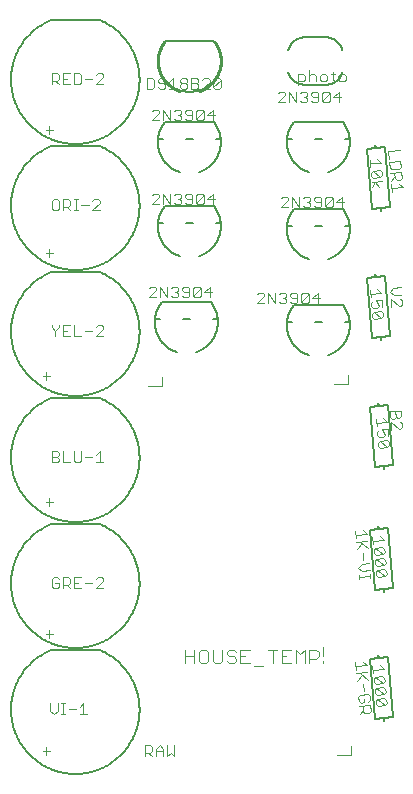
<source format=gto>
G75*
%MOIN*%
%OFA0B0*%
%FSLAX25Y25*%
%IPPOS*%
%LPD*%
%AMOC8*
5,1,8,0,0,1.08239X$1,22.5*
%
%ADD10C,0.00300*%
%ADD11C,0.00400*%
%ADD12C,0.00800*%
%ADD13C,0.00080*%
%ADD14C,0.00600*%
D10*
X0011969Y0009055D02*
X0014438Y0009055D01*
X0013203Y0010289D02*
X0013203Y0007821D01*
X0015699Y0021203D02*
X0014464Y0022438D01*
X0014464Y0024907D01*
X0016933Y0022438D02*
X0015699Y0021203D01*
X0016933Y0022438D02*
X0016933Y0024907D01*
X0018147Y0024907D02*
X0019382Y0024907D01*
X0018765Y0024907D02*
X0018765Y0021203D01*
X0019382Y0021203D02*
X0018147Y0021203D01*
X0020603Y0023055D02*
X0023072Y0023055D01*
X0024286Y0023672D02*
X0025520Y0024907D01*
X0025520Y0021203D01*
X0024286Y0021203D02*
X0026755Y0021203D01*
X0014203Y0046821D02*
X0014203Y0049289D01*
X0012969Y0048055D02*
X0015438Y0048055D01*
X0015586Y0063203D02*
X0016821Y0063203D01*
X0017438Y0063821D01*
X0017438Y0065055D01*
X0016203Y0065055D01*
X0014969Y0066289D02*
X0014969Y0063821D01*
X0015586Y0063203D01*
X0014969Y0066289D02*
X0015586Y0066907D01*
X0016821Y0066907D01*
X0017438Y0066289D01*
X0018652Y0066907D02*
X0018652Y0063203D01*
X0018652Y0064438D02*
X0020504Y0064438D01*
X0021121Y0065055D01*
X0021121Y0066289D01*
X0020504Y0066907D01*
X0018652Y0066907D01*
X0019887Y0064438D02*
X0021121Y0063203D01*
X0022335Y0063203D02*
X0024804Y0063203D01*
X0026019Y0065055D02*
X0028487Y0065055D01*
X0029702Y0066289D02*
X0030319Y0066907D01*
X0031553Y0066907D01*
X0032170Y0066289D01*
X0032170Y0065672D01*
X0029702Y0063203D01*
X0032170Y0063203D01*
X0024804Y0066907D02*
X0022335Y0066907D01*
X0022335Y0063203D01*
X0022335Y0065055D02*
X0023570Y0065055D01*
X0014203Y0090821D02*
X0014203Y0093289D01*
X0012969Y0092055D02*
X0015438Y0092055D01*
X0014969Y0105203D02*
X0016821Y0105203D01*
X0017438Y0105821D01*
X0017438Y0106438D01*
X0016821Y0107055D01*
X0014969Y0107055D01*
X0014969Y0105203D02*
X0014969Y0108907D01*
X0016821Y0108907D01*
X0017438Y0108289D01*
X0017438Y0107672D01*
X0016821Y0107055D01*
X0018652Y0108907D02*
X0018652Y0105203D01*
X0021121Y0105203D01*
X0022335Y0105821D02*
X0022335Y0108907D01*
X0022335Y0105821D02*
X0022953Y0105203D01*
X0024187Y0105203D01*
X0024804Y0105821D01*
X0024804Y0108907D01*
X0026019Y0107055D02*
X0028487Y0107055D01*
X0029702Y0107672D02*
X0030936Y0108907D01*
X0030936Y0105203D01*
X0029702Y0105203D02*
X0032170Y0105203D01*
X0013203Y0132821D02*
X0013203Y0135289D01*
X0011969Y0134055D02*
X0014438Y0134055D01*
X0016203Y0147203D02*
X0016203Y0149055D01*
X0017438Y0150289D01*
X0017438Y0150907D01*
X0018652Y0150907D02*
X0018652Y0147203D01*
X0021121Y0147203D01*
X0022335Y0147203D02*
X0024804Y0147203D01*
X0026019Y0149055D02*
X0028487Y0149055D01*
X0029702Y0150289D02*
X0030319Y0150907D01*
X0031553Y0150907D01*
X0032170Y0150289D01*
X0032170Y0149672D01*
X0029702Y0147203D01*
X0032170Y0147203D01*
X0022335Y0147203D02*
X0022335Y0150907D01*
X0021121Y0150907D02*
X0018652Y0150907D01*
X0018652Y0149055D02*
X0019887Y0149055D01*
X0016203Y0149055D02*
X0014969Y0150289D01*
X0014969Y0150907D01*
X0014203Y0173821D02*
X0014203Y0176289D01*
X0012969Y0175055D02*
X0015438Y0175055D01*
X0015586Y0189203D02*
X0016821Y0189203D01*
X0017438Y0189821D01*
X0017438Y0192289D01*
X0016821Y0192907D01*
X0015586Y0192907D01*
X0014969Y0192289D01*
X0014969Y0189821D01*
X0015586Y0189203D01*
X0018652Y0189203D02*
X0018652Y0192907D01*
X0020504Y0192907D01*
X0021121Y0192289D01*
X0021121Y0191055D01*
X0020504Y0190438D01*
X0018652Y0190438D01*
X0019887Y0190438D02*
X0021121Y0189203D01*
X0022335Y0189203D02*
X0023570Y0189203D01*
X0022953Y0189203D02*
X0022953Y0192907D01*
X0023570Y0192907D02*
X0022335Y0192907D01*
X0024791Y0191055D02*
X0027260Y0191055D01*
X0028474Y0192289D02*
X0029091Y0192907D01*
X0030326Y0192907D01*
X0030943Y0192289D01*
X0030943Y0191672D01*
X0028474Y0189203D01*
X0030943Y0189203D01*
X0014203Y0214821D02*
X0014203Y0217289D01*
X0012969Y0216055D02*
X0015438Y0216055D01*
X0014969Y0231203D02*
X0014969Y0234907D01*
X0016821Y0234907D01*
X0017438Y0234289D01*
X0017438Y0233055D01*
X0016821Y0232438D01*
X0014969Y0232438D01*
X0016203Y0232438D02*
X0017438Y0231203D01*
X0018652Y0231203D02*
X0018652Y0234907D01*
X0021121Y0234907D01*
X0022335Y0234907D02*
X0022335Y0231203D01*
X0024187Y0231203D01*
X0024804Y0231821D01*
X0024804Y0234289D01*
X0024187Y0234907D01*
X0022335Y0234907D01*
X0019887Y0233055D02*
X0018652Y0233055D01*
X0018652Y0231203D02*
X0021121Y0231203D01*
X0026019Y0233055D02*
X0028487Y0233055D01*
X0029702Y0234289D02*
X0030319Y0234907D01*
X0031553Y0234907D01*
X0032170Y0234289D01*
X0032170Y0233672D01*
X0029702Y0231203D01*
X0032170Y0231203D01*
X0096969Y0230969D02*
X0096969Y0234672D01*
X0098821Y0234672D01*
X0099438Y0234055D01*
X0099438Y0232821D01*
X0098821Y0232203D01*
X0096969Y0232203D01*
X0100652Y0232203D02*
X0100652Y0235907D01*
X0101269Y0234672D02*
X0102504Y0234672D01*
X0103121Y0234055D01*
X0103121Y0232203D01*
X0104335Y0232821D02*
X0104953Y0232203D01*
X0106187Y0232203D01*
X0106804Y0232821D01*
X0106804Y0234055D01*
X0106187Y0234672D01*
X0104953Y0234672D01*
X0104335Y0234055D01*
X0104335Y0232821D01*
X0101269Y0234672D02*
X0100652Y0234055D01*
X0108019Y0234672D02*
X0109253Y0234672D01*
X0108636Y0235289D02*
X0108636Y0232821D01*
X0109253Y0232203D01*
X0110474Y0232821D02*
X0111091Y0232203D01*
X0112326Y0232203D01*
X0112943Y0232821D01*
X0112943Y0234055D01*
X0112326Y0234672D01*
X0111091Y0234672D01*
X0110474Y0234055D01*
X0110474Y0232821D01*
X0127205Y0208965D02*
X0127420Y0206506D01*
X0127526Y0205296D02*
X0127688Y0203451D01*
X0128356Y0202890D01*
X0130816Y0203105D01*
X0131377Y0203774D01*
X0131215Y0205619D01*
X0127526Y0205296D01*
X0127205Y0208965D02*
X0130894Y0209288D01*
X0131536Y0201949D02*
X0131698Y0200105D01*
X0131137Y0199436D01*
X0129907Y0199329D01*
X0129238Y0199890D01*
X0129077Y0201734D01*
X0129185Y0200505D02*
X0128062Y0199167D01*
X0128168Y0197958D02*
X0128383Y0195498D01*
X0128276Y0196728D02*
X0131965Y0197051D01*
X0130628Y0198173D01*
X0131536Y0201949D02*
X0127847Y0201627D01*
X0131307Y0163573D02*
X0128847Y0163358D01*
X0127725Y0162021D01*
X0129063Y0160899D01*
X0131522Y0161114D01*
X0131013Y0159850D02*
X0131682Y0159289D01*
X0131789Y0158059D01*
X0131228Y0157391D01*
X0130613Y0157337D01*
X0127939Y0159581D01*
X0128154Y0157122D01*
X0131265Y0122523D02*
X0127576Y0122201D01*
X0127738Y0120356D01*
X0128406Y0119795D01*
X0129021Y0119849D01*
X0129582Y0120518D01*
X0129421Y0122362D01*
X0131265Y0122523D02*
X0131427Y0120679D01*
X0130866Y0120010D01*
X0130251Y0119956D01*
X0129582Y0120518D01*
X0130971Y0118801D02*
X0131640Y0118239D01*
X0131748Y0117010D01*
X0131187Y0116341D01*
X0130572Y0116287D01*
X0127897Y0118532D01*
X0128112Y0116072D01*
X0118583Y0082584D02*
X0119921Y0081462D01*
X0116232Y0081139D01*
X0116339Y0079910D02*
X0116124Y0082369D01*
X0116445Y0078700D02*
X0120134Y0079023D01*
X0118343Y0078246D02*
X0116660Y0076240D01*
X0118611Y0075192D02*
X0118826Y0072733D01*
X0118317Y0071469D02*
X0117195Y0070132D01*
X0118532Y0069010D01*
X0120991Y0069225D01*
X0121097Y0068015D02*
X0121205Y0066786D01*
X0121151Y0067400D02*
X0117462Y0067078D01*
X0117408Y0067692D02*
X0117516Y0066463D01*
X0118317Y0071469D02*
X0120776Y0071684D01*
X0120349Y0076563D02*
X0117675Y0078807D01*
X0118651Y0038815D02*
X0119988Y0037693D01*
X0116299Y0037370D01*
X0116191Y0038600D02*
X0116407Y0036140D01*
X0116512Y0034930D02*
X0120201Y0035253D01*
X0118411Y0034477D02*
X0116728Y0032471D01*
X0118678Y0031423D02*
X0118893Y0028963D01*
X0117769Y0027646D02*
X0117208Y0026977D01*
X0117316Y0025748D01*
X0117984Y0025187D01*
X0119214Y0025294D01*
X0119107Y0026524D01*
X0120229Y0027861D02*
X0117769Y0027646D01*
X0117475Y0023923D02*
X0121164Y0024246D01*
X0121326Y0022401D01*
X0120765Y0021733D01*
X0119535Y0021625D01*
X0118866Y0022186D01*
X0118705Y0024031D01*
X0118813Y0022801D02*
X0117691Y0021464D01*
X0120444Y0025402D02*
X0121005Y0026070D01*
X0120897Y0027300D01*
X0120229Y0027861D01*
X0120417Y0032794D02*
X0117742Y0035038D01*
X0055804Y0010907D02*
X0055804Y0007203D01*
X0054570Y0008438D01*
X0053335Y0007203D01*
X0053335Y0010907D01*
X0052121Y0009672D02*
X0052121Y0007203D01*
X0052121Y0009055D02*
X0049652Y0009055D01*
X0049652Y0009672D02*
X0050887Y0010907D01*
X0052121Y0009672D01*
X0049652Y0009672D02*
X0049652Y0007203D01*
X0048438Y0007203D02*
X0047203Y0008438D01*
X0047821Y0008438D02*
X0045969Y0008438D01*
X0045969Y0007203D02*
X0045969Y0010907D01*
X0047821Y0010907D01*
X0048438Y0010289D01*
X0048438Y0009055D01*
X0047821Y0008438D01*
D11*
X0059445Y0038253D02*
X0059445Y0042857D01*
X0059445Y0040555D02*
X0062514Y0040555D01*
X0064049Y0039021D02*
X0064816Y0038253D01*
X0066351Y0038253D01*
X0067118Y0039021D01*
X0067118Y0042090D01*
X0066351Y0042857D01*
X0064816Y0042857D01*
X0064049Y0042090D01*
X0064049Y0039021D01*
X0062514Y0038253D02*
X0062514Y0042857D01*
X0068653Y0042857D02*
X0068653Y0039021D01*
X0069420Y0038253D01*
X0070955Y0038253D01*
X0071722Y0039021D01*
X0071722Y0042857D01*
X0073257Y0042090D02*
X0073257Y0041323D01*
X0074024Y0040555D01*
X0075559Y0040555D01*
X0076326Y0039788D01*
X0076326Y0039021D01*
X0075559Y0038253D01*
X0074024Y0038253D01*
X0073257Y0039021D01*
X0073257Y0042090D02*
X0074024Y0042857D01*
X0075559Y0042857D01*
X0076326Y0042090D01*
X0077861Y0042857D02*
X0077861Y0038253D01*
X0080930Y0038253D01*
X0082465Y0037486D02*
X0085534Y0037486D01*
X0088603Y0038253D02*
X0088603Y0042857D01*
X0087069Y0042857D02*
X0090138Y0042857D01*
X0091673Y0042857D02*
X0091673Y0038253D01*
X0094742Y0038253D01*
X0096277Y0038253D02*
X0096277Y0042857D01*
X0097811Y0041323D01*
X0099346Y0042857D01*
X0099346Y0038253D01*
X0100880Y0038253D02*
X0100880Y0042857D01*
X0103182Y0042857D01*
X0103950Y0042090D01*
X0103950Y0040555D01*
X0103182Y0039788D01*
X0100880Y0039788D01*
X0105484Y0039021D02*
X0105484Y0038253D01*
X0105484Y0040555D02*
X0105484Y0043625D01*
X0094742Y0042857D02*
X0091673Y0042857D01*
X0091673Y0040555D02*
X0093207Y0040555D01*
X0080930Y0042857D02*
X0077861Y0042857D01*
X0077861Y0040555D02*
X0079395Y0040555D01*
X0110015Y0007649D02*
X0114619Y0007649D01*
X0114619Y0010719D01*
X0123642Y0024009D02*
X0122991Y0024555D01*
X0122887Y0025751D01*
X0123433Y0026402D01*
X0126035Y0024218D01*
X0123642Y0024009D01*
X0123433Y0026402D02*
X0125825Y0026611D01*
X0126476Y0026065D01*
X0126581Y0024869D01*
X0126035Y0024218D01*
X0125714Y0027887D02*
X0123112Y0030071D01*
X0122566Y0029420D01*
X0122670Y0028224D01*
X0123321Y0027678D01*
X0125714Y0027887D01*
X0126260Y0028538D01*
X0126155Y0029734D01*
X0125504Y0030280D01*
X0123112Y0030071D01*
X0123000Y0031347D02*
X0122349Y0031893D01*
X0122245Y0033089D01*
X0122791Y0033740D01*
X0125393Y0031556D01*
X0123000Y0031347D01*
X0125393Y0031556D02*
X0125939Y0032207D01*
X0125834Y0033403D01*
X0125183Y0033949D01*
X0122791Y0033740D01*
X0122081Y0034964D02*
X0121871Y0037357D01*
X0121976Y0036160D02*
X0125565Y0036474D01*
X0124264Y0037566D01*
X0123642Y0067009D02*
X0122991Y0067555D01*
X0122887Y0068751D01*
X0123433Y0069402D01*
X0126035Y0067218D01*
X0123642Y0067009D01*
X0123433Y0069402D02*
X0125825Y0069611D01*
X0126476Y0069065D01*
X0126581Y0067869D01*
X0126035Y0067218D01*
X0125714Y0070887D02*
X0123112Y0073071D01*
X0122566Y0072420D01*
X0122670Y0071224D01*
X0123321Y0070678D01*
X0125714Y0070887D01*
X0126260Y0071538D01*
X0126155Y0072734D01*
X0125504Y0073280D01*
X0123112Y0073071D01*
X0123000Y0074347D02*
X0122349Y0074893D01*
X0122245Y0076089D01*
X0122791Y0076740D01*
X0125393Y0074556D01*
X0123000Y0074347D01*
X0125393Y0074556D02*
X0125939Y0075207D01*
X0125834Y0076403D01*
X0125183Y0076949D01*
X0122791Y0076740D01*
X0122081Y0077964D02*
X0121871Y0080357D01*
X0121976Y0079160D02*
X0125565Y0079474D01*
X0124264Y0080566D01*
X0124468Y0110039D02*
X0123818Y0110585D01*
X0123713Y0111781D01*
X0124259Y0112432D01*
X0126861Y0110248D01*
X0124468Y0110039D01*
X0124259Y0112432D02*
X0126652Y0112641D01*
X0127302Y0112095D01*
X0127407Y0110899D01*
X0126861Y0110248D01*
X0127138Y0113970D02*
X0126929Y0116363D01*
X0125134Y0116206D01*
X0125837Y0115062D01*
X0125889Y0114463D01*
X0125344Y0113813D01*
X0124147Y0113708D01*
X0123497Y0114254D01*
X0123392Y0115451D01*
X0123938Y0116101D01*
X0123228Y0117325D02*
X0123019Y0119718D01*
X0123123Y0118522D02*
X0126713Y0118836D01*
X0125411Y0119927D01*
X0113619Y0131253D02*
X0113619Y0134323D01*
X0113619Y0131253D02*
X0109015Y0131253D01*
X0122468Y0153039D02*
X0121818Y0153585D01*
X0121713Y0154781D01*
X0122259Y0155432D01*
X0124861Y0153248D01*
X0122468Y0153039D01*
X0122259Y0155432D02*
X0124652Y0155641D01*
X0125302Y0155096D01*
X0125407Y0153899D01*
X0124861Y0153248D01*
X0125138Y0156970D02*
X0124929Y0159363D01*
X0123134Y0159206D01*
X0123837Y0158062D01*
X0123889Y0157464D01*
X0123344Y0156813D01*
X0122147Y0156708D01*
X0121497Y0157254D01*
X0121392Y0158451D01*
X0121938Y0159101D01*
X0121228Y0160325D02*
X0121019Y0162718D01*
X0121123Y0161522D02*
X0124713Y0161836D01*
X0123411Y0162927D01*
X0111637Y0190253D02*
X0111637Y0193856D01*
X0109836Y0192055D01*
X0112238Y0192055D01*
X0108555Y0193256D02*
X0108555Y0190854D01*
X0107954Y0190253D01*
X0106753Y0190253D01*
X0106153Y0190854D01*
X0108555Y0193256D01*
X0107954Y0193856D01*
X0106753Y0193856D01*
X0106153Y0193256D01*
X0106153Y0190854D01*
X0104872Y0190854D02*
X0104872Y0193256D01*
X0104271Y0193856D01*
X0103070Y0193856D01*
X0102470Y0193256D01*
X0102470Y0192655D01*
X0103070Y0192055D01*
X0104872Y0192055D01*
X0104872Y0190854D02*
X0104271Y0190253D01*
X0103070Y0190253D01*
X0102470Y0190854D01*
X0101189Y0190854D02*
X0100588Y0190253D01*
X0099387Y0190253D01*
X0098787Y0190854D01*
X0097505Y0190253D02*
X0097505Y0193856D01*
X0098787Y0193256D02*
X0099387Y0193856D01*
X0100588Y0193856D01*
X0101189Y0193256D01*
X0101189Y0192655D01*
X0100588Y0192055D01*
X0101189Y0191454D01*
X0101189Y0190854D01*
X0100588Y0192055D02*
X0099988Y0192055D01*
X0097505Y0190253D02*
X0095103Y0193856D01*
X0095103Y0190253D01*
X0093822Y0190253D02*
X0091420Y0190253D01*
X0093822Y0192655D01*
X0093822Y0193256D01*
X0093222Y0193856D01*
X0092021Y0193856D01*
X0091420Y0193256D01*
X0091387Y0161856D02*
X0092588Y0161856D01*
X0093189Y0161256D01*
X0093189Y0160655D01*
X0092588Y0160055D01*
X0093189Y0159454D01*
X0093189Y0158854D01*
X0092588Y0158253D01*
X0091387Y0158253D01*
X0090787Y0158854D01*
X0089505Y0158253D02*
X0089505Y0161856D01*
X0090787Y0161256D02*
X0091387Y0161856D01*
X0091988Y0160055D02*
X0092588Y0160055D01*
X0094470Y0160655D02*
X0094470Y0161256D01*
X0095070Y0161856D01*
X0096271Y0161856D01*
X0096872Y0161256D01*
X0096872Y0158854D01*
X0096271Y0158253D01*
X0095070Y0158253D01*
X0094470Y0158854D01*
X0095070Y0160055D02*
X0094470Y0160655D01*
X0095070Y0160055D02*
X0096872Y0160055D01*
X0098153Y0158854D02*
X0098153Y0161256D01*
X0098753Y0161856D01*
X0099954Y0161856D01*
X0100555Y0161256D01*
X0098153Y0158854D01*
X0098753Y0158253D01*
X0099954Y0158253D01*
X0100555Y0158854D01*
X0100555Y0161256D01*
X0101836Y0160055D02*
X0104238Y0160055D01*
X0103637Y0161856D02*
X0103637Y0158253D01*
X0101836Y0160055D02*
X0103637Y0161856D01*
X0089505Y0158253D02*
X0087103Y0161856D01*
X0087103Y0158253D01*
X0085822Y0158253D02*
X0083420Y0158253D01*
X0085822Y0160655D01*
X0085822Y0161256D01*
X0085222Y0161856D01*
X0084021Y0161856D01*
X0083420Y0161256D01*
X0068238Y0162055D02*
X0065836Y0162055D01*
X0067637Y0163856D01*
X0067637Y0160253D01*
X0064555Y0160854D02*
X0063954Y0160253D01*
X0062753Y0160253D01*
X0062153Y0160854D01*
X0064555Y0163256D01*
X0064555Y0160854D01*
X0064555Y0163256D02*
X0063954Y0163856D01*
X0062753Y0163856D01*
X0062153Y0163256D01*
X0062153Y0160854D01*
X0060872Y0160854D02*
X0060872Y0163256D01*
X0060271Y0163856D01*
X0059070Y0163856D01*
X0058470Y0163256D01*
X0058470Y0162655D01*
X0059070Y0162055D01*
X0060872Y0162055D01*
X0060872Y0160854D02*
X0060271Y0160253D01*
X0059070Y0160253D01*
X0058470Y0160854D01*
X0057189Y0160854D02*
X0057189Y0161454D01*
X0056588Y0162055D01*
X0055988Y0162055D01*
X0056588Y0162055D02*
X0057189Y0162655D01*
X0057189Y0163256D01*
X0056588Y0163856D01*
X0055387Y0163856D01*
X0054787Y0163256D01*
X0053505Y0163856D02*
X0053505Y0160253D01*
X0051103Y0163856D01*
X0051103Y0160253D01*
X0049822Y0160253D02*
X0047420Y0160253D01*
X0049822Y0162655D01*
X0049822Y0163256D01*
X0049222Y0163856D01*
X0048021Y0163856D01*
X0047420Y0163256D01*
X0054787Y0160854D02*
X0055387Y0160253D01*
X0056588Y0160253D01*
X0057189Y0160854D01*
X0051619Y0133719D02*
X0051619Y0130649D01*
X0047015Y0130649D01*
X0048420Y0191253D02*
X0050822Y0193655D01*
X0050822Y0194256D01*
X0050222Y0194856D01*
X0049021Y0194856D01*
X0048420Y0194256D01*
X0048420Y0191253D02*
X0050822Y0191253D01*
X0052103Y0191253D02*
X0052103Y0194856D01*
X0054505Y0191253D01*
X0054505Y0194856D01*
X0055787Y0194256D02*
X0056387Y0194856D01*
X0057588Y0194856D01*
X0058189Y0194256D01*
X0058189Y0193655D01*
X0057588Y0193055D01*
X0058189Y0192454D01*
X0058189Y0191854D01*
X0057588Y0191253D01*
X0056387Y0191253D01*
X0055787Y0191854D01*
X0056988Y0193055D02*
X0057588Y0193055D01*
X0059470Y0193655D02*
X0059470Y0194256D01*
X0060070Y0194856D01*
X0061271Y0194856D01*
X0061872Y0194256D01*
X0061872Y0191854D01*
X0061271Y0191253D01*
X0060070Y0191253D01*
X0059470Y0191854D01*
X0060070Y0193055D02*
X0061872Y0193055D01*
X0063153Y0194256D02*
X0063753Y0194856D01*
X0064954Y0194856D01*
X0065555Y0194256D01*
X0063153Y0191854D01*
X0063753Y0191253D01*
X0064954Y0191253D01*
X0065555Y0191854D01*
X0065555Y0194256D01*
X0066836Y0193055D02*
X0069238Y0193055D01*
X0068637Y0194856D02*
X0068637Y0191253D01*
X0066836Y0193055D02*
X0068637Y0194856D01*
X0063153Y0194256D02*
X0063153Y0191854D01*
X0060070Y0193055D02*
X0059470Y0193655D01*
X0060070Y0219253D02*
X0061271Y0219253D01*
X0061872Y0219854D01*
X0061872Y0222256D01*
X0061271Y0222856D01*
X0060070Y0222856D01*
X0059470Y0222256D01*
X0059470Y0221655D01*
X0060070Y0221055D01*
X0061872Y0221055D01*
X0063153Y0222256D02*
X0063753Y0222856D01*
X0064954Y0222856D01*
X0065555Y0222256D01*
X0063153Y0219854D01*
X0063753Y0219253D01*
X0064954Y0219253D01*
X0065555Y0219854D01*
X0065555Y0222256D01*
X0066836Y0221055D02*
X0069238Y0221055D01*
X0068637Y0222856D02*
X0068637Y0219253D01*
X0066836Y0221055D02*
X0068637Y0222856D01*
X0069436Y0229753D02*
X0068836Y0230354D01*
X0071238Y0232756D01*
X0071238Y0230354D01*
X0070637Y0229753D01*
X0069436Y0229753D01*
X0068836Y0230354D02*
X0068836Y0232756D01*
X0069436Y0233356D01*
X0070637Y0233356D01*
X0071238Y0232756D01*
X0067555Y0232756D02*
X0067555Y0232155D01*
X0065153Y0229753D01*
X0067555Y0229753D01*
X0067555Y0232756D02*
X0066954Y0233356D01*
X0065753Y0233356D01*
X0065153Y0232756D01*
X0063872Y0232756D02*
X0063872Y0232155D01*
X0063271Y0231555D01*
X0061470Y0231555D01*
X0060189Y0232155D02*
X0060189Y0232756D01*
X0059588Y0233356D01*
X0058387Y0233356D01*
X0057787Y0232756D01*
X0057787Y0232155D01*
X0058387Y0231555D01*
X0059588Y0231555D01*
X0060189Y0230954D01*
X0060189Y0230354D01*
X0059588Y0229753D01*
X0058387Y0229753D01*
X0057787Y0230354D01*
X0057787Y0230954D01*
X0058387Y0231555D01*
X0059588Y0231555D02*
X0060189Y0232155D01*
X0061470Y0233356D02*
X0061470Y0229753D01*
X0063271Y0229753D01*
X0063872Y0230354D01*
X0063872Y0230954D01*
X0063271Y0231555D01*
X0063872Y0232756D02*
X0063271Y0233356D01*
X0061470Y0233356D01*
X0056505Y0229753D02*
X0054103Y0229753D01*
X0055304Y0229753D02*
X0055304Y0233356D01*
X0054103Y0232155D01*
X0052822Y0232756D02*
X0052222Y0233356D01*
X0051021Y0233356D01*
X0050420Y0232756D01*
X0050420Y0232155D01*
X0051021Y0231555D01*
X0052222Y0231555D01*
X0052822Y0230954D01*
X0052822Y0230354D01*
X0052222Y0229753D01*
X0051021Y0229753D01*
X0050420Y0230354D01*
X0049139Y0230354D02*
X0049139Y0232756D01*
X0048539Y0233356D01*
X0046737Y0233356D01*
X0046737Y0229753D01*
X0048539Y0229753D01*
X0049139Y0230354D01*
X0049021Y0222856D02*
X0048420Y0222256D01*
X0049021Y0222856D02*
X0050222Y0222856D01*
X0050822Y0222256D01*
X0050822Y0221655D01*
X0048420Y0219253D01*
X0050822Y0219253D01*
X0052103Y0219253D02*
X0052103Y0222856D01*
X0054505Y0219253D01*
X0054505Y0222856D01*
X0055787Y0222256D02*
X0056387Y0222856D01*
X0057588Y0222856D01*
X0058189Y0222256D01*
X0058189Y0221655D01*
X0057588Y0221055D01*
X0058189Y0220454D01*
X0058189Y0219854D01*
X0057588Y0219253D01*
X0056387Y0219253D01*
X0055787Y0219854D01*
X0056988Y0221055D02*
X0057588Y0221055D01*
X0059470Y0219854D02*
X0060070Y0219253D01*
X0063153Y0219854D02*
X0063153Y0222256D01*
X0090420Y0225253D02*
X0092822Y0227655D01*
X0092822Y0228256D01*
X0092222Y0228856D01*
X0091021Y0228856D01*
X0090420Y0228256D01*
X0090420Y0225253D02*
X0092822Y0225253D01*
X0094103Y0225253D02*
X0094103Y0228856D01*
X0096505Y0225253D01*
X0096505Y0228856D01*
X0097787Y0228256D02*
X0098387Y0228856D01*
X0099588Y0228856D01*
X0100189Y0228256D01*
X0100189Y0227655D01*
X0099588Y0227055D01*
X0100189Y0226454D01*
X0100189Y0225854D01*
X0099588Y0225253D01*
X0098387Y0225253D01*
X0097787Y0225854D01*
X0098988Y0227055D02*
X0099588Y0227055D01*
X0101470Y0227655D02*
X0102070Y0227055D01*
X0103872Y0227055D01*
X0103872Y0225854D02*
X0103872Y0228256D01*
X0103271Y0228856D01*
X0102070Y0228856D01*
X0101470Y0228256D01*
X0101470Y0227655D01*
X0101470Y0225854D02*
X0102070Y0225253D01*
X0103271Y0225253D01*
X0103872Y0225854D01*
X0105153Y0225854D02*
X0105153Y0228256D01*
X0105753Y0228856D01*
X0106954Y0228856D01*
X0107555Y0228256D01*
X0105153Y0225854D01*
X0105753Y0225253D01*
X0106954Y0225253D01*
X0107555Y0225854D01*
X0107555Y0228256D01*
X0108836Y0227055D02*
X0111238Y0227055D01*
X0110637Y0228856D02*
X0110637Y0225253D01*
X0108836Y0227055D02*
X0110637Y0228856D01*
X0120984Y0206065D02*
X0121194Y0203672D01*
X0121089Y0204868D02*
X0124678Y0205182D01*
X0123377Y0206274D01*
X0124297Y0202657D02*
X0121904Y0202448D01*
X0124506Y0200264D01*
X0122113Y0200055D01*
X0121462Y0200601D01*
X0121358Y0201797D01*
X0121904Y0202448D01*
X0124297Y0202657D02*
X0124947Y0202111D01*
X0125052Y0200915D01*
X0124506Y0200264D01*
X0125216Y0199041D02*
X0121626Y0198726D01*
X0122823Y0198831D02*
X0121783Y0196932D01*
X0122823Y0198831D02*
X0124176Y0197141D01*
D12*
X0124691Y0190091D02*
X0121702Y0189830D01*
X0119959Y0209754D01*
X0122948Y0210015D01*
X0122860Y0211011D01*
X0122948Y0210015D02*
X0125936Y0210277D01*
X0127679Y0190353D01*
X0124691Y0190091D01*
X0124778Y0189095D01*
X0122860Y0168011D02*
X0122948Y0167015D01*
X0125936Y0167277D01*
X0127679Y0147353D01*
X0124691Y0147091D01*
X0124778Y0146095D01*
X0124691Y0147091D02*
X0121702Y0146830D01*
X0119959Y0166754D01*
X0122948Y0167015D01*
X0123860Y0125011D02*
X0123948Y0124015D01*
X0126936Y0124277D01*
X0128679Y0104353D01*
X0125691Y0104091D01*
X0125778Y0103095D01*
X0125691Y0104091D02*
X0122702Y0103830D01*
X0120959Y0123754D01*
X0123948Y0124015D01*
X0123860Y0084011D02*
X0123948Y0083015D01*
X0126936Y0083277D01*
X0128679Y0063353D01*
X0125691Y0063091D01*
X0125778Y0062095D01*
X0125691Y0063091D02*
X0122702Y0062830D01*
X0120959Y0082754D01*
X0123948Y0083015D01*
X0123860Y0041011D02*
X0123948Y0040015D01*
X0126936Y0040277D01*
X0128679Y0020353D01*
X0125691Y0020091D01*
X0125778Y0019095D01*
X0125691Y0020091D02*
X0122702Y0019830D01*
X0120959Y0039754D01*
X0123948Y0040015D01*
X0030693Y0042738D02*
X0014945Y0042738D01*
X0014460Y0042540D01*
X0013980Y0042329D01*
X0013505Y0042107D01*
X0013036Y0041873D01*
X0012573Y0041628D01*
X0012116Y0041372D01*
X0011665Y0041105D01*
X0011221Y0040826D01*
X0010784Y0040537D01*
X0010354Y0040237D01*
X0009931Y0039927D01*
X0009517Y0039606D01*
X0009110Y0039276D01*
X0008711Y0038936D01*
X0008321Y0038586D01*
X0007940Y0038226D01*
X0007567Y0037857D01*
X0007204Y0037480D01*
X0006850Y0037093D01*
X0006505Y0036698D01*
X0006171Y0036295D01*
X0005846Y0035884D01*
X0005531Y0035464D01*
X0005227Y0035038D01*
X0004933Y0034604D01*
X0004650Y0034162D01*
X0004378Y0033714D01*
X0004117Y0033260D01*
X0003867Y0032799D01*
X0003629Y0032333D01*
X0003402Y0031860D01*
X0003186Y0031382D01*
X0002983Y0030899D01*
X0002791Y0030412D01*
X0002611Y0029919D01*
X0002443Y0029423D01*
X0002288Y0028922D01*
X0002145Y0028418D01*
X0002014Y0027911D01*
X0001896Y0027400D01*
X0001790Y0026887D01*
X0001697Y0026371D01*
X0001616Y0025853D01*
X0001548Y0025333D01*
X0001493Y0024812D01*
X0001451Y0024290D01*
X0001421Y0023766D01*
X0001404Y0023243D01*
X0001400Y0022718D01*
X0001409Y0022194D01*
X0001431Y0021671D01*
X0001465Y0021148D01*
X0001513Y0020626D01*
X0001573Y0020105D01*
X0001645Y0019586D01*
X0001731Y0019069D01*
X0001829Y0018554D01*
X0001940Y0018042D01*
X0002063Y0017532D01*
X0002198Y0017026D01*
X0002346Y0016523D01*
X0002506Y0016024D01*
X0002679Y0015529D01*
X0002863Y0015039D01*
X0003059Y0014553D01*
X0003268Y0014072D01*
X0003487Y0013596D01*
X0003719Y0013126D01*
X0003962Y0012661D01*
X0004216Y0012203D01*
X0004481Y0011751D01*
X0004758Y0011306D01*
X0005045Y0010867D01*
X0005343Y0010436D01*
X0005651Y0010012D01*
X0005969Y0009596D01*
X0006298Y0009187D01*
X0006636Y0008787D01*
X0006984Y0008395D01*
X0007342Y0008012D01*
X0007709Y0007638D01*
X0008085Y0007273D01*
X0008470Y0006917D01*
X0008863Y0006571D01*
X0009265Y0006234D01*
X0009675Y0005907D01*
X0010093Y0005591D01*
X0010518Y0005285D01*
X0010951Y0004989D01*
X0011390Y0004704D01*
X0011837Y0004430D01*
X0012290Y0004166D01*
X0012750Y0003914D01*
X0013215Y0003674D01*
X0013687Y0003444D01*
X0014164Y0003227D01*
X0014646Y0003021D01*
X0015132Y0002827D01*
X0015624Y0002645D01*
X0016120Y0002475D01*
X0016619Y0002317D01*
X0017123Y0002171D01*
X0017630Y0002038D01*
X0018140Y0001917D01*
X0018653Y0001809D01*
X0019168Y0001713D01*
X0019686Y0001630D01*
X0020205Y0001560D01*
X0020726Y0001503D01*
X0021248Y0001458D01*
X0021771Y0001426D01*
X0022295Y0001406D01*
X0022819Y0001400D01*
X0023343Y0001406D01*
X0023867Y0001426D01*
X0024390Y0001458D01*
X0024912Y0001503D01*
X0025433Y0001560D01*
X0025952Y0001630D01*
X0026470Y0001713D01*
X0026985Y0001809D01*
X0027498Y0001917D01*
X0028008Y0002038D01*
X0028515Y0002171D01*
X0029019Y0002317D01*
X0029518Y0002475D01*
X0030014Y0002645D01*
X0030506Y0002827D01*
X0030992Y0003021D01*
X0031474Y0003227D01*
X0031951Y0003444D01*
X0032423Y0003674D01*
X0032888Y0003914D01*
X0033348Y0004166D01*
X0033801Y0004430D01*
X0034248Y0004704D01*
X0034687Y0004989D01*
X0035120Y0005285D01*
X0035545Y0005591D01*
X0035963Y0005907D01*
X0036373Y0006234D01*
X0036775Y0006571D01*
X0037168Y0006917D01*
X0037553Y0007273D01*
X0037929Y0007638D01*
X0038296Y0008012D01*
X0038654Y0008395D01*
X0039002Y0008787D01*
X0039340Y0009187D01*
X0039669Y0009596D01*
X0039987Y0010012D01*
X0040295Y0010436D01*
X0040593Y0010867D01*
X0040880Y0011306D01*
X0041157Y0011751D01*
X0041422Y0012203D01*
X0041676Y0012661D01*
X0041919Y0013126D01*
X0042151Y0013596D01*
X0042370Y0014072D01*
X0042579Y0014553D01*
X0042775Y0015039D01*
X0042959Y0015529D01*
X0043132Y0016024D01*
X0043292Y0016523D01*
X0043440Y0017026D01*
X0043575Y0017532D01*
X0043698Y0018042D01*
X0043809Y0018554D01*
X0043907Y0019069D01*
X0043993Y0019586D01*
X0044065Y0020105D01*
X0044125Y0020626D01*
X0044173Y0021148D01*
X0044207Y0021671D01*
X0044229Y0022194D01*
X0044238Y0022718D01*
X0044234Y0023243D01*
X0044217Y0023766D01*
X0044187Y0024290D01*
X0044145Y0024812D01*
X0044090Y0025333D01*
X0044022Y0025853D01*
X0043941Y0026371D01*
X0043848Y0026887D01*
X0043742Y0027400D01*
X0043624Y0027911D01*
X0043493Y0028418D01*
X0043350Y0028922D01*
X0043195Y0029423D01*
X0043027Y0029919D01*
X0042847Y0030412D01*
X0042655Y0030899D01*
X0042452Y0031382D01*
X0042236Y0031860D01*
X0042009Y0032333D01*
X0041771Y0032799D01*
X0041521Y0033260D01*
X0041260Y0033714D01*
X0040988Y0034162D01*
X0040705Y0034604D01*
X0040411Y0035038D01*
X0040107Y0035464D01*
X0039792Y0035884D01*
X0039467Y0036295D01*
X0039133Y0036698D01*
X0038788Y0037093D01*
X0038434Y0037480D01*
X0038071Y0037857D01*
X0037698Y0038226D01*
X0037317Y0038586D01*
X0036927Y0038936D01*
X0036528Y0039276D01*
X0036121Y0039606D01*
X0035707Y0039927D01*
X0035284Y0040237D01*
X0034854Y0040537D01*
X0034417Y0040826D01*
X0033973Y0041105D01*
X0033522Y0041372D01*
X0033065Y0041628D01*
X0032602Y0041873D01*
X0032133Y0042107D01*
X0031658Y0042329D01*
X0031178Y0042540D01*
X0030693Y0042738D01*
X0030693Y0084738D02*
X0031178Y0084540D01*
X0031658Y0084329D01*
X0032133Y0084107D01*
X0032602Y0083873D01*
X0033065Y0083628D01*
X0033522Y0083372D01*
X0033973Y0083105D01*
X0034417Y0082826D01*
X0034854Y0082537D01*
X0035284Y0082237D01*
X0035707Y0081927D01*
X0036121Y0081606D01*
X0036528Y0081276D01*
X0036927Y0080936D01*
X0037317Y0080586D01*
X0037698Y0080226D01*
X0038071Y0079857D01*
X0038434Y0079480D01*
X0038788Y0079093D01*
X0039133Y0078698D01*
X0039467Y0078295D01*
X0039792Y0077884D01*
X0040107Y0077464D01*
X0040411Y0077038D01*
X0040705Y0076604D01*
X0040988Y0076162D01*
X0041260Y0075714D01*
X0041521Y0075260D01*
X0041771Y0074799D01*
X0042009Y0074333D01*
X0042236Y0073860D01*
X0042452Y0073382D01*
X0042655Y0072899D01*
X0042847Y0072412D01*
X0043027Y0071919D01*
X0043195Y0071423D01*
X0043350Y0070922D01*
X0043493Y0070418D01*
X0043624Y0069911D01*
X0043742Y0069400D01*
X0043848Y0068887D01*
X0043941Y0068371D01*
X0044022Y0067853D01*
X0044090Y0067333D01*
X0044145Y0066812D01*
X0044187Y0066290D01*
X0044217Y0065766D01*
X0044234Y0065243D01*
X0044238Y0064718D01*
X0044229Y0064194D01*
X0044207Y0063671D01*
X0044173Y0063148D01*
X0044125Y0062626D01*
X0044065Y0062105D01*
X0043993Y0061586D01*
X0043907Y0061069D01*
X0043809Y0060554D01*
X0043698Y0060042D01*
X0043575Y0059532D01*
X0043440Y0059026D01*
X0043292Y0058523D01*
X0043132Y0058024D01*
X0042959Y0057529D01*
X0042775Y0057039D01*
X0042579Y0056553D01*
X0042370Y0056072D01*
X0042151Y0055596D01*
X0041919Y0055126D01*
X0041676Y0054661D01*
X0041422Y0054203D01*
X0041157Y0053751D01*
X0040880Y0053306D01*
X0040593Y0052867D01*
X0040295Y0052436D01*
X0039987Y0052012D01*
X0039669Y0051596D01*
X0039340Y0051187D01*
X0039002Y0050787D01*
X0038654Y0050395D01*
X0038296Y0050012D01*
X0037929Y0049638D01*
X0037553Y0049273D01*
X0037168Y0048917D01*
X0036775Y0048571D01*
X0036373Y0048234D01*
X0035963Y0047907D01*
X0035545Y0047591D01*
X0035120Y0047285D01*
X0034687Y0046989D01*
X0034248Y0046704D01*
X0033801Y0046430D01*
X0033348Y0046166D01*
X0032888Y0045914D01*
X0032423Y0045674D01*
X0031951Y0045444D01*
X0031474Y0045227D01*
X0030992Y0045021D01*
X0030506Y0044827D01*
X0030014Y0044645D01*
X0029518Y0044475D01*
X0029019Y0044317D01*
X0028515Y0044171D01*
X0028008Y0044038D01*
X0027498Y0043917D01*
X0026985Y0043809D01*
X0026470Y0043713D01*
X0025952Y0043630D01*
X0025433Y0043560D01*
X0024912Y0043503D01*
X0024390Y0043458D01*
X0023867Y0043426D01*
X0023343Y0043406D01*
X0022819Y0043400D01*
X0022295Y0043406D01*
X0021771Y0043426D01*
X0021248Y0043458D01*
X0020726Y0043503D01*
X0020205Y0043560D01*
X0019686Y0043630D01*
X0019168Y0043713D01*
X0018653Y0043809D01*
X0018140Y0043917D01*
X0017630Y0044038D01*
X0017123Y0044171D01*
X0016619Y0044317D01*
X0016120Y0044475D01*
X0015624Y0044645D01*
X0015132Y0044827D01*
X0014646Y0045021D01*
X0014164Y0045227D01*
X0013687Y0045444D01*
X0013215Y0045674D01*
X0012750Y0045914D01*
X0012290Y0046166D01*
X0011837Y0046430D01*
X0011390Y0046704D01*
X0010951Y0046989D01*
X0010518Y0047285D01*
X0010093Y0047591D01*
X0009675Y0047907D01*
X0009265Y0048234D01*
X0008863Y0048571D01*
X0008470Y0048917D01*
X0008085Y0049273D01*
X0007709Y0049638D01*
X0007342Y0050012D01*
X0006984Y0050395D01*
X0006636Y0050787D01*
X0006298Y0051187D01*
X0005969Y0051596D01*
X0005651Y0052012D01*
X0005343Y0052436D01*
X0005045Y0052867D01*
X0004758Y0053306D01*
X0004481Y0053751D01*
X0004216Y0054203D01*
X0003962Y0054661D01*
X0003719Y0055126D01*
X0003487Y0055596D01*
X0003268Y0056072D01*
X0003059Y0056553D01*
X0002863Y0057039D01*
X0002679Y0057529D01*
X0002506Y0058024D01*
X0002346Y0058523D01*
X0002198Y0059026D01*
X0002063Y0059532D01*
X0001940Y0060042D01*
X0001829Y0060554D01*
X0001731Y0061069D01*
X0001645Y0061586D01*
X0001573Y0062105D01*
X0001513Y0062626D01*
X0001465Y0063148D01*
X0001431Y0063671D01*
X0001409Y0064194D01*
X0001400Y0064718D01*
X0001404Y0065243D01*
X0001421Y0065766D01*
X0001451Y0066290D01*
X0001493Y0066812D01*
X0001548Y0067333D01*
X0001616Y0067853D01*
X0001697Y0068371D01*
X0001790Y0068887D01*
X0001896Y0069400D01*
X0002014Y0069911D01*
X0002145Y0070418D01*
X0002288Y0070922D01*
X0002443Y0071423D01*
X0002611Y0071919D01*
X0002791Y0072412D01*
X0002983Y0072899D01*
X0003186Y0073382D01*
X0003402Y0073860D01*
X0003629Y0074333D01*
X0003867Y0074799D01*
X0004117Y0075260D01*
X0004378Y0075714D01*
X0004650Y0076162D01*
X0004933Y0076604D01*
X0005227Y0077038D01*
X0005531Y0077464D01*
X0005846Y0077884D01*
X0006171Y0078295D01*
X0006505Y0078698D01*
X0006850Y0079093D01*
X0007204Y0079480D01*
X0007567Y0079857D01*
X0007940Y0080226D01*
X0008321Y0080586D01*
X0008711Y0080936D01*
X0009110Y0081276D01*
X0009517Y0081606D01*
X0009931Y0081927D01*
X0010354Y0082237D01*
X0010784Y0082537D01*
X0011221Y0082826D01*
X0011665Y0083105D01*
X0012116Y0083372D01*
X0012573Y0083628D01*
X0013036Y0083873D01*
X0013505Y0084107D01*
X0013980Y0084329D01*
X0014460Y0084540D01*
X0014945Y0084738D01*
X0030693Y0084738D01*
X0030693Y0126738D02*
X0031178Y0126540D01*
X0031658Y0126329D01*
X0032133Y0126107D01*
X0032602Y0125873D01*
X0033065Y0125628D01*
X0033522Y0125372D01*
X0033973Y0125105D01*
X0034417Y0124826D01*
X0034854Y0124537D01*
X0035284Y0124237D01*
X0035707Y0123927D01*
X0036121Y0123606D01*
X0036528Y0123276D01*
X0036927Y0122936D01*
X0037317Y0122586D01*
X0037698Y0122226D01*
X0038071Y0121857D01*
X0038434Y0121480D01*
X0038788Y0121093D01*
X0039133Y0120698D01*
X0039467Y0120295D01*
X0039792Y0119884D01*
X0040107Y0119464D01*
X0040411Y0119038D01*
X0040705Y0118604D01*
X0040988Y0118162D01*
X0041260Y0117714D01*
X0041521Y0117260D01*
X0041771Y0116799D01*
X0042009Y0116333D01*
X0042236Y0115860D01*
X0042452Y0115382D01*
X0042655Y0114899D01*
X0042847Y0114412D01*
X0043027Y0113919D01*
X0043195Y0113423D01*
X0043350Y0112922D01*
X0043493Y0112418D01*
X0043624Y0111911D01*
X0043742Y0111400D01*
X0043848Y0110887D01*
X0043941Y0110371D01*
X0044022Y0109853D01*
X0044090Y0109333D01*
X0044145Y0108812D01*
X0044187Y0108290D01*
X0044217Y0107766D01*
X0044234Y0107243D01*
X0044238Y0106718D01*
X0044229Y0106194D01*
X0044207Y0105671D01*
X0044173Y0105148D01*
X0044125Y0104626D01*
X0044065Y0104105D01*
X0043993Y0103586D01*
X0043907Y0103069D01*
X0043809Y0102554D01*
X0043698Y0102042D01*
X0043575Y0101532D01*
X0043440Y0101026D01*
X0043292Y0100523D01*
X0043132Y0100024D01*
X0042959Y0099529D01*
X0042775Y0099039D01*
X0042579Y0098553D01*
X0042370Y0098072D01*
X0042151Y0097596D01*
X0041919Y0097126D01*
X0041676Y0096661D01*
X0041422Y0096203D01*
X0041157Y0095751D01*
X0040880Y0095306D01*
X0040593Y0094867D01*
X0040295Y0094436D01*
X0039987Y0094012D01*
X0039669Y0093596D01*
X0039340Y0093187D01*
X0039002Y0092787D01*
X0038654Y0092395D01*
X0038296Y0092012D01*
X0037929Y0091638D01*
X0037553Y0091273D01*
X0037168Y0090917D01*
X0036775Y0090571D01*
X0036373Y0090234D01*
X0035963Y0089907D01*
X0035545Y0089591D01*
X0035120Y0089285D01*
X0034687Y0088989D01*
X0034248Y0088704D01*
X0033801Y0088430D01*
X0033348Y0088166D01*
X0032888Y0087914D01*
X0032423Y0087674D01*
X0031951Y0087444D01*
X0031474Y0087227D01*
X0030992Y0087021D01*
X0030506Y0086827D01*
X0030014Y0086645D01*
X0029518Y0086475D01*
X0029019Y0086317D01*
X0028515Y0086171D01*
X0028008Y0086038D01*
X0027498Y0085917D01*
X0026985Y0085809D01*
X0026470Y0085713D01*
X0025952Y0085630D01*
X0025433Y0085560D01*
X0024912Y0085503D01*
X0024390Y0085458D01*
X0023867Y0085426D01*
X0023343Y0085406D01*
X0022819Y0085400D01*
X0022295Y0085406D01*
X0021771Y0085426D01*
X0021248Y0085458D01*
X0020726Y0085503D01*
X0020205Y0085560D01*
X0019686Y0085630D01*
X0019168Y0085713D01*
X0018653Y0085809D01*
X0018140Y0085917D01*
X0017630Y0086038D01*
X0017123Y0086171D01*
X0016619Y0086317D01*
X0016120Y0086475D01*
X0015624Y0086645D01*
X0015132Y0086827D01*
X0014646Y0087021D01*
X0014164Y0087227D01*
X0013687Y0087444D01*
X0013215Y0087674D01*
X0012750Y0087914D01*
X0012290Y0088166D01*
X0011837Y0088430D01*
X0011390Y0088704D01*
X0010951Y0088989D01*
X0010518Y0089285D01*
X0010093Y0089591D01*
X0009675Y0089907D01*
X0009265Y0090234D01*
X0008863Y0090571D01*
X0008470Y0090917D01*
X0008085Y0091273D01*
X0007709Y0091638D01*
X0007342Y0092012D01*
X0006984Y0092395D01*
X0006636Y0092787D01*
X0006298Y0093187D01*
X0005969Y0093596D01*
X0005651Y0094012D01*
X0005343Y0094436D01*
X0005045Y0094867D01*
X0004758Y0095306D01*
X0004481Y0095751D01*
X0004216Y0096203D01*
X0003962Y0096661D01*
X0003719Y0097126D01*
X0003487Y0097596D01*
X0003268Y0098072D01*
X0003059Y0098553D01*
X0002863Y0099039D01*
X0002679Y0099529D01*
X0002506Y0100024D01*
X0002346Y0100523D01*
X0002198Y0101026D01*
X0002063Y0101532D01*
X0001940Y0102042D01*
X0001829Y0102554D01*
X0001731Y0103069D01*
X0001645Y0103586D01*
X0001573Y0104105D01*
X0001513Y0104626D01*
X0001465Y0105148D01*
X0001431Y0105671D01*
X0001409Y0106194D01*
X0001400Y0106718D01*
X0001404Y0107243D01*
X0001421Y0107766D01*
X0001451Y0108290D01*
X0001493Y0108812D01*
X0001548Y0109333D01*
X0001616Y0109853D01*
X0001697Y0110371D01*
X0001790Y0110887D01*
X0001896Y0111400D01*
X0002014Y0111911D01*
X0002145Y0112418D01*
X0002288Y0112922D01*
X0002443Y0113423D01*
X0002611Y0113919D01*
X0002791Y0114412D01*
X0002983Y0114899D01*
X0003186Y0115382D01*
X0003402Y0115860D01*
X0003629Y0116333D01*
X0003867Y0116799D01*
X0004117Y0117260D01*
X0004378Y0117714D01*
X0004650Y0118162D01*
X0004933Y0118604D01*
X0005227Y0119038D01*
X0005531Y0119464D01*
X0005846Y0119884D01*
X0006171Y0120295D01*
X0006505Y0120698D01*
X0006850Y0121093D01*
X0007204Y0121480D01*
X0007567Y0121857D01*
X0007940Y0122226D01*
X0008321Y0122586D01*
X0008711Y0122936D01*
X0009110Y0123276D01*
X0009517Y0123606D01*
X0009931Y0123927D01*
X0010354Y0124237D01*
X0010784Y0124537D01*
X0011221Y0124826D01*
X0011665Y0125105D01*
X0012116Y0125372D01*
X0012573Y0125628D01*
X0013036Y0125873D01*
X0013505Y0126107D01*
X0013980Y0126329D01*
X0014460Y0126540D01*
X0014945Y0126738D01*
X0030693Y0126738D01*
X0030693Y0168738D02*
X0031178Y0168540D01*
X0031658Y0168329D01*
X0032133Y0168107D01*
X0032602Y0167873D01*
X0033065Y0167628D01*
X0033522Y0167372D01*
X0033973Y0167105D01*
X0034417Y0166826D01*
X0034854Y0166537D01*
X0035284Y0166237D01*
X0035707Y0165927D01*
X0036121Y0165606D01*
X0036528Y0165276D01*
X0036927Y0164936D01*
X0037317Y0164586D01*
X0037698Y0164226D01*
X0038071Y0163857D01*
X0038434Y0163480D01*
X0038788Y0163093D01*
X0039133Y0162698D01*
X0039467Y0162295D01*
X0039792Y0161884D01*
X0040107Y0161464D01*
X0040411Y0161038D01*
X0040705Y0160604D01*
X0040988Y0160162D01*
X0041260Y0159714D01*
X0041521Y0159260D01*
X0041771Y0158799D01*
X0042009Y0158333D01*
X0042236Y0157860D01*
X0042452Y0157382D01*
X0042655Y0156899D01*
X0042847Y0156412D01*
X0043027Y0155919D01*
X0043195Y0155423D01*
X0043350Y0154922D01*
X0043493Y0154418D01*
X0043624Y0153911D01*
X0043742Y0153400D01*
X0043848Y0152887D01*
X0043941Y0152371D01*
X0044022Y0151853D01*
X0044090Y0151333D01*
X0044145Y0150812D01*
X0044187Y0150290D01*
X0044217Y0149766D01*
X0044234Y0149243D01*
X0044238Y0148718D01*
X0044229Y0148194D01*
X0044207Y0147671D01*
X0044173Y0147148D01*
X0044125Y0146626D01*
X0044065Y0146105D01*
X0043993Y0145586D01*
X0043907Y0145069D01*
X0043809Y0144554D01*
X0043698Y0144042D01*
X0043575Y0143532D01*
X0043440Y0143026D01*
X0043292Y0142523D01*
X0043132Y0142024D01*
X0042959Y0141529D01*
X0042775Y0141039D01*
X0042579Y0140553D01*
X0042370Y0140072D01*
X0042151Y0139596D01*
X0041919Y0139126D01*
X0041676Y0138661D01*
X0041422Y0138203D01*
X0041157Y0137751D01*
X0040880Y0137306D01*
X0040593Y0136867D01*
X0040295Y0136436D01*
X0039987Y0136012D01*
X0039669Y0135596D01*
X0039340Y0135187D01*
X0039002Y0134787D01*
X0038654Y0134395D01*
X0038296Y0134012D01*
X0037929Y0133638D01*
X0037553Y0133273D01*
X0037168Y0132917D01*
X0036775Y0132571D01*
X0036373Y0132234D01*
X0035963Y0131907D01*
X0035545Y0131591D01*
X0035120Y0131285D01*
X0034687Y0130989D01*
X0034248Y0130704D01*
X0033801Y0130430D01*
X0033348Y0130166D01*
X0032888Y0129914D01*
X0032423Y0129674D01*
X0031951Y0129444D01*
X0031474Y0129227D01*
X0030992Y0129021D01*
X0030506Y0128827D01*
X0030014Y0128645D01*
X0029518Y0128475D01*
X0029019Y0128317D01*
X0028515Y0128171D01*
X0028008Y0128038D01*
X0027498Y0127917D01*
X0026985Y0127809D01*
X0026470Y0127713D01*
X0025952Y0127630D01*
X0025433Y0127560D01*
X0024912Y0127503D01*
X0024390Y0127458D01*
X0023867Y0127426D01*
X0023343Y0127406D01*
X0022819Y0127400D01*
X0022295Y0127406D01*
X0021771Y0127426D01*
X0021248Y0127458D01*
X0020726Y0127503D01*
X0020205Y0127560D01*
X0019686Y0127630D01*
X0019168Y0127713D01*
X0018653Y0127809D01*
X0018140Y0127917D01*
X0017630Y0128038D01*
X0017123Y0128171D01*
X0016619Y0128317D01*
X0016120Y0128475D01*
X0015624Y0128645D01*
X0015132Y0128827D01*
X0014646Y0129021D01*
X0014164Y0129227D01*
X0013687Y0129444D01*
X0013215Y0129674D01*
X0012750Y0129914D01*
X0012290Y0130166D01*
X0011837Y0130430D01*
X0011390Y0130704D01*
X0010951Y0130989D01*
X0010518Y0131285D01*
X0010093Y0131591D01*
X0009675Y0131907D01*
X0009265Y0132234D01*
X0008863Y0132571D01*
X0008470Y0132917D01*
X0008085Y0133273D01*
X0007709Y0133638D01*
X0007342Y0134012D01*
X0006984Y0134395D01*
X0006636Y0134787D01*
X0006298Y0135187D01*
X0005969Y0135596D01*
X0005651Y0136012D01*
X0005343Y0136436D01*
X0005045Y0136867D01*
X0004758Y0137306D01*
X0004481Y0137751D01*
X0004216Y0138203D01*
X0003962Y0138661D01*
X0003719Y0139126D01*
X0003487Y0139596D01*
X0003268Y0140072D01*
X0003059Y0140553D01*
X0002863Y0141039D01*
X0002679Y0141529D01*
X0002506Y0142024D01*
X0002346Y0142523D01*
X0002198Y0143026D01*
X0002063Y0143532D01*
X0001940Y0144042D01*
X0001829Y0144554D01*
X0001731Y0145069D01*
X0001645Y0145586D01*
X0001573Y0146105D01*
X0001513Y0146626D01*
X0001465Y0147148D01*
X0001431Y0147671D01*
X0001409Y0148194D01*
X0001400Y0148718D01*
X0001404Y0149243D01*
X0001421Y0149766D01*
X0001451Y0150290D01*
X0001493Y0150812D01*
X0001548Y0151333D01*
X0001616Y0151853D01*
X0001697Y0152371D01*
X0001790Y0152887D01*
X0001896Y0153400D01*
X0002014Y0153911D01*
X0002145Y0154418D01*
X0002288Y0154922D01*
X0002443Y0155423D01*
X0002611Y0155919D01*
X0002791Y0156412D01*
X0002983Y0156899D01*
X0003186Y0157382D01*
X0003402Y0157860D01*
X0003629Y0158333D01*
X0003867Y0158799D01*
X0004117Y0159260D01*
X0004378Y0159714D01*
X0004650Y0160162D01*
X0004933Y0160604D01*
X0005227Y0161038D01*
X0005531Y0161464D01*
X0005846Y0161884D01*
X0006171Y0162295D01*
X0006505Y0162698D01*
X0006850Y0163093D01*
X0007204Y0163480D01*
X0007567Y0163857D01*
X0007940Y0164226D01*
X0008321Y0164586D01*
X0008711Y0164936D01*
X0009110Y0165276D01*
X0009517Y0165606D01*
X0009931Y0165927D01*
X0010354Y0166237D01*
X0010784Y0166537D01*
X0011221Y0166826D01*
X0011665Y0167105D01*
X0012116Y0167372D01*
X0012573Y0167628D01*
X0013036Y0167873D01*
X0013505Y0168107D01*
X0013980Y0168329D01*
X0014460Y0168540D01*
X0014945Y0168738D01*
X0030693Y0168738D01*
X0030693Y0210738D02*
X0031178Y0210540D01*
X0031658Y0210329D01*
X0032133Y0210107D01*
X0032602Y0209873D01*
X0033065Y0209628D01*
X0033522Y0209372D01*
X0033973Y0209105D01*
X0034417Y0208826D01*
X0034854Y0208537D01*
X0035284Y0208237D01*
X0035707Y0207927D01*
X0036121Y0207606D01*
X0036528Y0207276D01*
X0036927Y0206936D01*
X0037317Y0206586D01*
X0037698Y0206226D01*
X0038071Y0205857D01*
X0038434Y0205480D01*
X0038788Y0205093D01*
X0039133Y0204698D01*
X0039467Y0204295D01*
X0039792Y0203884D01*
X0040107Y0203464D01*
X0040411Y0203038D01*
X0040705Y0202604D01*
X0040988Y0202162D01*
X0041260Y0201714D01*
X0041521Y0201260D01*
X0041771Y0200799D01*
X0042009Y0200333D01*
X0042236Y0199860D01*
X0042452Y0199382D01*
X0042655Y0198899D01*
X0042847Y0198412D01*
X0043027Y0197919D01*
X0043195Y0197423D01*
X0043350Y0196922D01*
X0043493Y0196418D01*
X0043624Y0195911D01*
X0043742Y0195400D01*
X0043848Y0194887D01*
X0043941Y0194371D01*
X0044022Y0193853D01*
X0044090Y0193333D01*
X0044145Y0192812D01*
X0044187Y0192290D01*
X0044217Y0191766D01*
X0044234Y0191243D01*
X0044238Y0190718D01*
X0044229Y0190194D01*
X0044207Y0189671D01*
X0044173Y0189148D01*
X0044125Y0188626D01*
X0044065Y0188105D01*
X0043993Y0187586D01*
X0043907Y0187069D01*
X0043809Y0186554D01*
X0043698Y0186042D01*
X0043575Y0185532D01*
X0043440Y0185026D01*
X0043292Y0184523D01*
X0043132Y0184024D01*
X0042959Y0183529D01*
X0042775Y0183039D01*
X0042579Y0182553D01*
X0042370Y0182072D01*
X0042151Y0181596D01*
X0041919Y0181126D01*
X0041676Y0180661D01*
X0041422Y0180203D01*
X0041157Y0179751D01*
X0040880Y0179306D01*
X0040593Y0178867D01*
X0040295Y0178436D01*
X0039987Y0178012D01*
X0039669Y0177596D01*
X0039340Y0177187D01*
X0039002Y0176787D01*
X0038654Y0176395D01*
X0038296Y0176012D01*
X0037929Y0175638D01*
X0037553Y0175273D01*
X0037168Y0174917D01*
X0036775Y0174571D01*
X0036373Y0174234D01*
X0035963Y0173907D01*
X0035545Y0173591D01*
X0035120Y0173285D01*
X0034687Y0172989D01*
X0034248Y0172704D01*
X0033801Y0172430D01*
X0033348Y0172166D01*
X0032888Y0171914D01*
X0032423Y0171674D01*
X0031951Y0171444D01*
X0031474Y0171227D01*
X0030992Y0171021D01*
X0030506Y0170827D01*
X0030014Y0170645D01*
X0029518Y0170475D01*
X0029019Y0170317D01*
X0028515Y0170171D01*
X0028008Y0170038D01*
X0027498Y0169917D01*
X0026985Y0169809D01*
X0026470Y0169713D01*
X0025952Y0169630D01*
X0025433Y0169560D01*
X0024912Y0169503D01*
X0024390Y0169458D01*
X0023867Y0169426D01*
X0023343Y0169406D01*
X0022819Y0169400D01*
X0022295Y0169406D01*
X0021771Y0169426D01*
X0021248Y0169458D01*
X0020726Y0169503D01*
X0020205Y0169560D01*
X0019686Y0169630D01*
X0019168Y0169713D01*
X0018653Y0169809D01*
X0018140Y0169917D01*
X0017630Y0170038D01*
X0017123Y0170171D01*
X0016619Y0170317D01*
X0016120Y0170475D01*
X0015624Y0170645D01*
X0015132Y0170827D01*
X0014646Y0171021D01*
X0014164Y0171227D01*
X0013687Y0171444D01*
X0013215Y0171674D01*
X0012750Y0171914D01*
X0012290Y0172166D01*
X0011837Y0172430D01*
X0011390Y0172704D01*
X0010951Y0172989D01*
X0010518Y0173285D01*
X0010093Y0173591D01*
X0009675Y0173907D01*
X0009265Y0174234D01*
X0008863Y0174571D01*
X0008470Y0174917D01*
X0008085Y0175273D01*
X0007709Y0175638D01*
X0007342Y0176012D01*
X0006984Y0176395D01*
X0006636Y0176787D01*
X0006298Y0177187D01*
X0005969Y0177596D01*
X0005651Y0178012D01*
X0005343Y0178436D01*
X0005045Y0178867D01*
X0004758Y0179306D01*
X0004481Y0179751D01*
X0004216Y0180203D01*
X0003962Y0180661D01*
X0003719Y0181126D01*
X0003487Y0181596D01*
X0003268Y0182072D01*
X0003059Y0182553D01*
X0002863Y0183039D01*
X0002679Y0183529D01*
X0002506Y0184024D01*
X0002346Y0184523D01*
X0002198Y0185026D01*
X0002063Y0185532D01*
X0001940Y0186042D01*
X0001829Y0186554D01*
X0001731Y0187069D01*
X0001645Y0187586D01*
X0001573Y0188105D01*
X0001513Y0188626D01*
X0001465Y0189148D01*
X0001431Y0189671D01*
X0001409Y0190194D01*
X0001400Y0190718D01*
X0001404Y0191243D01*
X0001421Y0191766D01*
X0001451Y0192290D01*
X0001493Y0192812D01*
X0001548Y0193333D01*
X0001616Y0193853D01*
X0001697Y0194371D01*
X0001790Y0194887D01*
X0001896Y0195400D01*
X0002014Y0195911D01*
X0002145Y0196418D01*
X0002288Y0196922D01*
X0002443Y0197423D01*
X0002611Y0197919D01*
X0002791Y0198412D01*
X0002983Y0198899D01*
X0003186Y0199382D01*
X0003402Y0199860D01*
X0003629Y0200333D01*
X0003867Y0200799D01*
X0004117Y0201260D01*
X0004378Y0201714D01*
X0004650Y0202162D01*
X0004933Y0202604D01*
X0005227Y0203038D01*
X0005531Y0203464D01*
X0005846Y0203884D01*
X0006171Y0204295D01*
X0006505Y0204698D01*
X0006850Y0205093D01*
X0007204Y0205480D01*
X0007567Y0205857D01*
X0007940Y0206226D01*
X0008321Y0206586D01*
X0008711Y0206936D01*
X0009110Y0207276D01*
X0009517Y0207606D01*
X0009931Y0207927D01*
X0010354Y0208237D01*
X0010784Y0208537D01*
X0011221Y0208826D01*
X0011665Y0209105D01*
X0012116Y0209372D01*
X0012573Y0209628D01*
X0013036Y0209873D01*
X0013505Y0210107D01*
X0013980Y0210329D01*
X0014460Y0210540D01*
X0014945Y0210738D01*
X0030693Y0210738D01*
X0030693Y0252738D02*
X0031178Y0252540D01*
X0031658Y0252329D01*
X0032133Y0252107D01*
X0032602Y0251873D01*
X0033065Y0251628D01*
X0033522Y0251372D01*
X0033973Y0251105D01*
X0034417Y0250826D01*
X0034854Y0250537D01*
X0035284Y0250237D01*
X0035707Y0249927D01*
X0036121Y0249606D01*
X0036528Y0249276D01*
X0036927Y0248936D01*
X0037317Y0248586D01*
X0037698Y0248226D01*
X0038071Y0247857D01*
X0038434Y0247480D01*
X0038788Y0247093D01*
X0039133Y0246698D01*
X0039467Y0246295D01*
X0039792Y0245884D01*
X0040107Y0245464D01*
X0040411Y0245038D01*
X0040705Y0244604D01*
X0040988Y0244162D01*
X0041260Y0243714D01*
X0041521Y0243260D01*
X0041771Y0242799D01*
X0042009Y0242333D01*
X0042236Y0241860D01*
X0042452Y0241382D01*
X0042655Y0240899D01*
X0042847Y0240412D01*
X0043027Y0239919D01*
X0043195Y0239423D01*
X0043350Y0238922D01*
X0043493Y0238418D01*
X0043624Y0237911D01*
X0043742Y0237400D01*
X0043848Y0236887D01*
X0043941Y0236371D01*
X0044022Y0235853D01*
X0044090Y0235333D01*
X0044145Y0234812D01*
X0044187Y0234290D01*
X0044217Y0233766D01*
X0044234Y0233243D01*
X0044238Y0232718D01*
X0044229Y0232194D01*
X0044207Y0231671D01*
X0044173Y0231148D01*
X0044125Y0230626D01*
X0044065Y0230105D01*
X0043993Y0229586D01*
X0043907Y0229069D01*
X0043809Y0228554D01*
X0043698Y0228042D01*
X0043575Y0227532D01*
X0043440Y0227026D01*
X0043292Y0226523D01*
X0043132Y0226024D01*
X0042959Y0225529D01*
X0042775Y0225039D01*
X0042579Y0224553D01*
X0042370Y0224072D01*
X0042151Y0223596D01*
X0041919Y0223126D01*
X0041676Y0222661D01*
X0041422Y0222203D01*
X0041157Y0221751D01*
X0040880Y0221306D01*
X0040593Y0220867D01*
X0040295Y0220436D01*
X0039987Y0220012D01*
X0039669Y0219596D01*
X0039340Y0219187D01*
X0039002Y0218787D01*
X0038654Y0218395D01*
X0038296Y0218012D01*
X0037929Y0217638D01*
X0037553Y0217273D01*
X0037168Y0216917D01*
X0036775Y0216571D01*
X0036373Y0216234D01*
X0035963Y0215907D01*
X0035545Y0215591D01*
X0035120Y0215285D01*
X0034687Y0214989D01*
X0034248Y0214704D01*
X0033801Y0214430D01*
X0033348Y0214166D01*
X0032888Y0213914D01*
X0032423Y0213674D01*
X0031951Y0213444D01*
X0031474Y0213227D01*
X0030992Y0213021D01*
X0030506Y0212827D01*
X0030014Y0212645D01*
X0029518Y0212475D01*
X0029019Y0212317D01*
X0028515Y0212171D01*
X0028008Y0212038D01*
X0027498Y0211917D01*
X0026985Y0211809D01*
X0026470Y0211713D01*
X0025952Y0211630D01*
X0025433Y0211560D01*
X0024912Y0211503D01*
X0024390Y0211458D01*
X0023867Y0211426D01*
X0023343Y0211406D01*
X0022819Y0211400D01*
X0022295Y0211406D01*
X0021771Y0211426D01*
X0021248Y0211458D01*
X0020726Y0211503D01*
X0020205Y0211560D01*
X0019686Y0211630D01*
X0019168Y0211713D01*
X0018653Y0211809D01*
X0018140Y0211917D01*
X0017630Y0212038D01*
X0017123Y0212171D01*
X0016619Y0212317D01*
X0016120Y0212475D01*
X0015624Y0212645D01*
X0015132Y0212827D01*
X0014646Y0213021D01*
X0014164Y0213227D01*
X0013687Y0213444D01*
X0013215Y0213674D01*
X0012750Y0213914D01*
X0012290Y0214166D01*
X0011837Y0214430D01*
X0011390Y0214704D01*
X0010951Y0214989D01*
X0010518Y0215285D01*
X0010093Y0215591D01*
X0009675Y0215907D01*
X0009265Y0216234D01*
X0008863Y0216571D01*
X0008470Y0216917D01*
X0008085Y0217273D01*
X0007709Y0217638D01*
X0007342Y0218012D01*
X0006984Y0218395D01*
X0006636Y0218787D01*
X0006298Y0219187D01*
X0005969Y0219596D01*
X0005651Y0220012D01*
X0005343Y0220436D01*
X0005045Y0220867D01*
X0004758Y0221306D01*
X0004481Y0221751D01*
X0004216Y0222203D01*
X0003962Y0222661D01*
X0003719Y0223126D01*
X0003487Y0223596D01*
X0003268Y0224072D01*
X0003059Y0224553D01*
X0002863Y0225039D01*
X0002679Y0225529D01*
X0002506Y0226024D01*
X0002346Y0226523D01*
X0002198Y0227026D01*
X0002063Y0227532D01*
X0001940Y0228042D01*
X0001829Y0228554D01*
X0001731Y0229069D01*
X0001645Y0229586D01*
X0001573Y0230105D01*
X0001513Y0230626D01*
X0001465Y0231148D01*
X0001431Y0231671D01*
X0001409Y0232194D01*
X0001400Y0232718D01*
X0001404Y0233243D01*
X0001421Y0233766D01*
X0001451Y0234290D01*
X0001493Y0234812D01*
X0001548Y0235333D01*
X0001616Y0235853D01*
X0001697Y0236371D01*
X0001790Y0236887D01*
X0001896Y0237400D01*
X0002014Y0237911D01*
X0002145Y0238418D01*
X0002288Y0238922D01*
X0002443Y0239423D01*
X0002611Y0239919D01*
X0002791Y0240412D01*
X0002983Y0240899D01*
X0003186Y0241382D01*
X0003402Y0241860D01*
X0003629Y0242333D01*
X0003867Y0242799D01*
X0004117Y0243260D01*
X0004378Y0243714D01*
X0004650Y0244162D01*
X0004933Y0244604D01*
X0005227Y0245038D01*
X0005531Y0245464D01*
X0005846Y0245884D01*
X0006171Y0246295D01*
X0006505Y0246698D01*
X0006850Y0247093D01*
X0007204Y0247480D01*
X0007567Y0247857D01*
X0007940Y0248226D01*
X0008321Y0248586D01*
X0008711Y0248936D01*
X0009110Y0249276D01*
X0009517Y0249606D01*
X0009931Y0249927D01*
X0010354Y0250237D01*
X0010784Y0250537D01*
X0011221Y0250826D01*
X0011665Y0251105D01*
X0012116Y0251372D01*
X0012573Y0251628D01*
X0013036Y0251873D01*
X0013505Y0252107D01*
X0013980Y0252329D01*
X0014460Y0252540D01*
X0014945Y0252738D01*
X0030693Y0252738D01*
X0052573Y0245553D02*
X0069065Y0245553D01*
X0063319Y0229053D02*
X0063045Y0228996D01*
X0062770Y0228945D01*
X0062493Y0228901D01*
X0062216Y0228864D01*
X0061937Y0228833D01*
X0061658Y0228810D01*
X0061379Y0228793D01*
X0061099Y0228782D01*
X0060819Y0228779D01*
X0060539Y0228782D01*
X0060259Y0228793D01*
X0059980Y0228810D01*
X0059701Y0228833D01*
X0059422Y0228864D01*
X0059145Y0228901D01*
X0058868Y0228945D01*
X0058593Y0228996D01*
X0058319Y0229053D01*
X0058044Y0229118D01*
X0057771Y0229189D01*
X0057500Y0229267D01*
X0057230Y0229352D01*
X0056963Y0229443D01*
X0056698Y0229541D01*
X0056436Y0229645D01*
X0056176Y0229756D01*
X0055919Y0229872D01*
X0055665Y0229996D01*
X0055414Y0230125D01*
X0055167Y0230260D01*
X0054922Y0230402D01*
X0054682Y0230549D01*
X0054445Y0230703D01*
X0054211Y0230862D01*
X0053982Y0231026D01*
X0053757Y0231197D01*
X0053536Y0231372D01*
X0053319Y0231553D01*
X0058319Y0229053D02*
X0058594Y0228996D01*
X0058871Y0228945D01*
X0059149Y0228901D01*
X0059427Y0228863D01*
X0059707Y0228833D01*
X0059987Y0228809D01*
X0060268Y0228792D01*
X0060549Y0228782D01*
X0060830Y0228779D01*
X0061111Y0228783D01*
X0061392Y0228793D01*
X0061673Y0228811D01*
X0061953Y0228835D01*
X0062232Y0228866D01*
X0062511Y0228904D01*
X0062789Y0228949D01*
X0063065Y0229000D01*
X0063340Y0229058D01*
X0063614Y0229123D01*
X0063886Y0229195D01*
X0064156Y0229273D01*
X0064424Y0229357D01*
X0064690Y0229449D01*
X0064954Y0229546D01*
X0065215Y0229650D01*
X0065474Y0229761D01*
X0065730Y0229878D01*
X0065983Y0230001D01*
X0066232Y0230130D01*
X0066479Y0230265D01*
X0066722Y0230406D01*
X0066962Y0230553D01*
X0067198Y0230706D01*
X0067430Y0230864D01*
X0067659Y0231028D01*
X0067883Y0231198D01*
X0068103Y0231373D01*
X0068319Y0231553D01*
X0098882Y0231179D02*
X0106756Y0231179D01*
X0106905Y0231192D01*
X0107054Y0231208D01*
X0107202Y0231228D01*
X0107349Y0231252D01*
X0107496Y0231280D01*
X0107642Y0231311D01*
X0107787Y0231347D01*
X0107932Y0231386D01*
X0108075Y0231430D01*
X0108217Y0231477D01*
X0108357Y0231527D01*
X0108496Y0231582D01*
X0108634Y0231640D01*
X0108770Y0231701D01*
X0108905Y0231767D01*
X0109038Y0231835D01*
X0109168Y0231907D01*
X0109297Y0231983D01*
X0109424Y0232062D01*
X0109549Y0232145D01*
X0109672Y0232230D01*
X0109792Y0232319D01*
X0109910Y0232411D01*
X0110025Y0232506D01*
X0110138Y0232604D01*
X0110248Y0232705D01*
X0110355Y0232809D01*
X0110460Y0232916D01*
X0110562Y0233025D01*
X0110661Y0233137D01*
X0110757Y0233252D01*
X0110850Y0233369D01*
X0110940Y0233488D01*
X0111026Y0233610D01*
X0111109Y0233734D01*
X0111190Y0233860D01*
X0111266Y0233989D01*
X0111339Y0234119D01*
X0111409Y0234251D01*
X0111476Y0234385D01*
X0111538Y0234521D01*
X0111597Y0234658D01*
X0111653Y0234797D01*
X0111705Y0234937D01*
X0111753Y0235079D01*
X0111797Y0235221D01*
X0111838Y0235365D01*
X0111874Y0235510D01*
X0111874Y0242597D02*
X0111838Y0242742D01*
X0111797Y0242885D01*
X0111753Y0243028D01*
X0111705Y0243170D01*
X0111653Y0243310D01*
X0111597Y0243449D01*
X0111538Y0243586D01*
X0111476Y0243722D01*
X0111409Y0243856D01*
X0111340Y0243988D01*
X0111266Y0244118D01*
X0111190Y0244247D01*
X0111110Y0244373D01*
X0111026Y0244497D01*
X0110940Y0244619D01*
X0110850Y0244738D01*
X0110757Y0244855D01*
X0110661Y0244970D01*
X0110562Y0245082D01*
X0110460Y0245191D01*
X0110356Y0245298D01*
X0110248Y0245402D01*
X0110138Y0245503D01*
X0110025Y0245601D01*
X0109910Y0245696D01*
X0109792Y0245788D01*
X0109672Y0245877D01*
X0109549Y0245963D01*
X0109424Y0246045D01*
X0109297Y0246124D01*
X0109168Y0246200D01*
X0109038Y0246272D01*
X0108905Y0246341D01*
X0108770Y0246406D01*
X0108634Y0246467D01*
X0108496Y0246525D01*
X0108357Y0246580D01*
X0108216Y0246630D01*
X0108075Y0246677D01*
X0107931Y0246721D01*
X0107787Y0246760D01*
X0107642Y0246796D01*
X0107496Y0246827D01*
X0107349Y0246855D01*
X0107202Y0246879D01*
X0107053Y0246899D01*
X0106905Y0246915D01*
X0106756Y0246928D01*
X0106756Y0246927D02*
X0098882Y0246927D01*
X0098882Y0246928D02*
X0098733Y0246915D01*
X0098584Y0246899D01*
X0098436Y0246879D01*
X0098289Y0246855D01*
X0098142Y0246827D01*
X0097996Y0246796D01*
X0097851Y0246760D01*
X0097706Y0246721D01*
X0097563Y0246677D01*
X0097421Y0246630D01*
X0097281Y0246580D01*
X0097142Y0246525D01*
X0097004Y0246467D01*
X0096868Y0246406D01*
X0096733Y0246340D01*
X0096600Y0246272D01*
X0096470Y0246200D01*
X0096341Y0246124D01*
X0096214Y0246045D01*
X0096089Y0245962D01*
X0095966Y0245877D01*
X0095846Y0245788D01*
X0095728Y0245696D01*
X0095613Y0245601D01*
X0095500Y0245503D01*
X0095390Y0245402D01*
X0095283Y0245298D01*
X0095178Y0245191D01*
X0095076Y0245082D01*
X0094977Y0244970D01*
X0094881Y0244855D01*
X0094788Y0244738D01*
X0094698Y0244619D01*
X0094612Y0244497D01*
X0094529Y0244373D01*
X0094448Y0244247D01*
X0094372Y0244118D01*
X0094299Y0243988D01*
X0094229Y0243856D01*
X0094162Y0243722D01*
X0094100Y0243586D01*
X0094041Y0243449D01*
X0093985Y0243310D01*
X0093933Y0243170D01*
X0093885Y0243028D01*
X0093841Y0242886D01*
X0093800Y0242742D01*
X0093764Y0242597D01*
X0093764Y0235510D02*
X0093800Y0235365D01*
X0093841Y0235222D01*
X0093885Y0235079D01*
X0093933Y0234937D01*
X0093985Y0234797D01*
X0094041Y0234658D01*
X0094100Y0234521D01*
X0094162Y0234385D01*
X0094229Y0234251D01*
X0094298Y0234119D01*
X0094372Y0233989D01*
X0094448Y0233860D01*
X0094528Y0233734D01*
X0094612Y0233610D01*
X0094698Y0233488D01*
X0094788Y0233369D01*
X0094881Y0233252D01*
X0094977Y0233137D01*
X0095076Y0233025D01*
X0095178Y0232916D01*
X0095282Y0232809D01*
X0095390Y0232705D01*
X0095500Y0232604D01*
X0095613Y0232506D01*
X0095728Y0232411D01*
X0095846Y0232319D01*
X0095966Y0232230D01*
X0096089Y0232144D01*
X0096214Y0232062D01*
X0096341Y0231983D01*
X0096470Y0231907D01*
X0096600Y0231835D01*
X0096733Y0231766D01*
X0096868Y0231701D01*
X0097004Y0231640D01*
X0097142Y0231582D01*
X0097281Y0231527D01*
X0097422Y0231477D01*
X0097563Y0231430D01*
X0097707Y0231386D01*
X0097851Y0231347D01*
X0097996Y0231311D01*
X0098142Y0231280D01*
X0098289Y0231252D01*
X0098436Y0231228D01*
X0098585Y0231208D01*
X0098733Y0231192D01*
X0098882Y0231179D01*
D13*
X0052266Y0245744D02*
X0052831Y0245298D01*
X0052831Y0245299D02*
X0052681Y0245102D01*
X0052535Y0244901D01*
X0052395Y0244697D01*
X0052259Y0244489D01*
X0052129Y0244278D01*
X0052004Y0244064D01*
X0051884Y0243847D01*
X0051769Y0243627D01*
X0051660Y0243405D01*
X0051557Y0243180D01*
X0051459Y0242952D01*
X0051366Y0242722D01*
X0051279Y0242490D01*
X0051198Y0242256D01*
X0051123Y0242020D01*
X0051053Y0241782D01*
X0050989Y0241542D01*
X0050931Y0241301D01*
X0050879Y0241059D01*
X0050833Y0240815D01*
X0050793Y0240571D01*
X0050759Y0240325D01*
X0050731Y0240079D01*
X0050709Y0239832D01*
X0050693Y0239585D01*
X0050683Y0239337D01*
X0050679Y0239089D01*
X0050681Y0238841D01*
X0050689Y0238594D01*
X0050704Y0238346D01*
X0050724Y0238099D01*
X0050750Y0237853D01*
X0050783Y0237607D01*
X0050821Y0237362D01*
X0050865Y0237118D01*
X0050916Y0236875D01*
X0050972Y0236634D01*
X0051034Y0236394D01*
X0051102Y0236156D01*
X0051175Y0235919D01*
X0051255Y0235684D01*
X0051340Y0235451D01*
X0051431Y0235221D01*
X0051527Y0234993D01*
X0051630Y0234767D01*
X0051737Y0234543D01*
X0051850Y0234323D01*
X0051968Y0234105D01*
X0052092Y0233890D01*
X0052221Y0233678D01*
X0052355Y0233470D01*
X0052494Y0233264D01*
X0052638Y0233063D01*
X0052786Y0232865D01*
X0052940Y0232670D01*
X0053098Y0232479D01*
X0053261Y0232293D01*
X0053429Y0232110D01*
X0053601Y0231931D01*
X0053777Y0231757D01*
X0053958Y0231587D01*
X0054142Y0231422D01*
X0054331Y0231261D01*
X0054523Y0231104D01*
X0054719Y0230953D01*
X0054919Y0230806D01*
X0055122Y0230664D01*
X0055329Y0230528D01*
X0055539Y0230396D01*
X0055752Y0230270D01*
X0055968Y0230148D01*
X0056188Y0230033D01*
X0056409Y0229922D01*
X0056634Y0229817D01*
X0056861Y0229717D01*
X0057090Y0229623D01*
X0057322Y0229535D01*
X0057556Y0229452D01*
X0057791Y0229376D01*
X0057579Y0228688D01*
X0057326Y0228770D01*
X0057076Y0228858D01*
X0056828Y0228953D01*
X0056582Y0229054D01*
X0056339Y0229160D01*
X0056098Y0229273D01*
X0055861Y0229391D01*
X0055626Y0229515D01*
X0055394Y0229645D01*
X0055166Y0229780D01*
X0054941Y0229921D01*
X0054719Y0230068D01*
X0054502Y0230220D01*
X0054288Y0230377D01*
X0054077Y0230539D01*
X0053871Y0230706D01*
X0053669Y0230879D01*
X0053471Y0231056D01*
X0053278Y0231238D01*
X0053089Y0231425D01*
X0052905Y0231616D01*
X0052726Y0231812D01*
X0052551Y0232012D01*
X0052381Y0232216D01*
X0052217Y0232424D01*
X0052057Y0232637D01*
X0051903Y0232853D01*
X0051754Y0233073D01*
X0051611Y0233296D01*
X0051473Y0233523D01*
X0051340Y0233753D01*
X0051213Y0233986D01*
X0051092Y0234223D01*
X0050977Y0234462D01*
X0050868Y0234704D01*
X0050764Y0234949D01*
X0050667Y0235196D01*
X0050576Y0235445D01*
X0050491Y0235696D01*
X0050412Y0235950D01*
X0050339Y0236205D01*
X0050273Y0236462D01*
X0050212Y0236721D01*
X0050158Y0236981D01*
X0050111Y0237242D01*
X0050070Y0237505D01*
X0050035Y0237768D01*
X0050007Y0238032D01*
X0049985Y0238297D01*
X0049970Y0238562D01*
X0049961Y0238827D01*
X0049959Y0239093D01*
X0049963Y0239358D01*
X0049974Y0239624D01*
X0049991Y0239888D01*
X0050015Y0240153D01*
X0050045Y0240417D01*
X0050082Y0240680D01*
X0050125Y0240942D01*
X0050174Y0241203D01*
X0050230Y0241462D01*
X0050292Y0241721D01*
X0050360Y0241977D01*
X0050435Y0242232D01*
X0050516Y0242485D01*
X0050603Y0242736D01*
X0050696Y0242984D01*
X0050795Y0243231D01*
X0050900Y0243475D01*
X0051011Y0243716D01*
X0051128Y0243954D01*
X0051251Y0244190D01*
X0051379Y0244422D01*
X0051513Y0244651D01*
X0051653Y0244877D01*
X0051798Y0245100D01*
X0051949Y0245318D01*
X0052104Y0245533D01*
X0052265Y0245744D01*
X0052324Y0245698D01*
X0052164Y0245488D01*
X0052010Y0245275D01*
X0051860Y0245058D01*
X0051716Y0244837D01*
X0051577Y0244612D01*
X0051444Y0244385D01*
X0051317Y0244154D01*
X0051195Y0243920D01*
X0051079Y0243683D01*
X0050968Y0243444D01*
X0050864Y0243202D01*
X0050765Y0242957D01*
X0050673Y0242710D01*
X0050587Y0242461D01*
X0050506Y0242210D01*
X0050432Y0241957D01*
X0050364Y0241702D01*
X0050303Y0241446D01*
X0050247Y0241188D01*
X0050198Y0240929D01*
X0050156Y0240668D01*
X0050119Y0240407D01*
X0050089Y0240145D01*
X0050066Y0239883D01*
X0050049Y0239619D01*
X0050038Y0239356D01*
X0050034Y0239092D01*
X0050036Y0238829D01*
X0050045Y0238565D01*
X0050060Y0238302D01*
X0050082Y0238039D01*
X0050110Y0237777D01*
X0050144Y0237515D01*
X0050185Y0237255D01*
X0050232Y0236995D01*
X0050286Y0236737D01*
X0050345Y0236480D01*
X0050411Y0236225D01*
X0050484Y0235971D01*
X0050562Y0235720D01*
X0050647Y0235470D01*
X0050737Y0235222D01*
X0050834Y0234977D01*
X0050937Y0234734D01*
X0051045Y0234494D01*
X0051160Y0234256D01*
X0051280Y0234021D01*
X0051406Y0233790D01*
X0051537Y0233561D01*
X0051674Y0233336D01*
X0051817Y0233114D01*
X0051964Y0232896D01*
X0052118Y0232681D01*
X0052276Y0232470D01*
X0052440Y0232263D01*
X0052608Y0232060D01*
X0052781Y0231862D01*
X0052960Y0231667D01*
X0053143Y0231477D01*
X0053330Y0231292D01*
X0053522Y0231111D01*
X0053718Y0230935D01*
X0053919Y0230764D01*
X0054124Y0230598D01*
X0054332Y0230437D01*
X0054545Y0230281D01*
X0054761Y0230130D01*
X0054981Y0229984D01*
X0055205Y0229844D01*
X0055432Y0229710D01*
X0055662Y0229581D01*
X0055895Y0229458D01*
X0056131Y0229340D01*
X0056370Y0229229D01*
X0056611Y0229123D01*
X0056855Y0229023D01*
X0057102Y0228929D01*
X0057350Y0228841D01*
X0057601Y0228759D01*
X0057623Y0228831D01*
X0057374Y0228912D01*
X0057127Y0228999D01*
X0056883Y0229093D01*
X0056640Y0229192D01*
X0056400Y0229297D01*
X0056163Y0229408D01*
X0055929Y0229525D01*
X0055697Y0229647D01*
X0055469Y0229775D01*
X0055244Y0229909D01*
X0055022Y0230048D01*
X0054803Y0230192D01*
X0054589Y0230342D01*
X0054377Y0230497D01*
X0054170Y0230657D01*
X0053967Y0230822D01*
X0053768Y0230992D01*
X0053573Y0231167D01*
X0053382Y0231346D01*
X0053196Y0231530D01*
X0053014Y0231719D01*
X0052837Y0231912D01*
X0052665Y0232109D01*
X0052498Y0232311D01*
X0052335Y0232516D01*
X0052178Y0232725D01*
X0052026Y0232938D01*
X0051879Y0233155D01*
X0051738Y0233376D01*
X0051602Y0233599D01*
X0051471Y0233826D01*
X0051346Y0234056D01*
X0051227Y0234289D01*
X0051113Y0234525D01*
X0051005Y0234764D01*
X0050903Y0235005D01*
X0050807Y0235249D01*
X0050717Y0235495D01*
X0050633Y0235743D01*
X0050555Y0235993D01*
X0050484Y0236245D01*
X0050418Y0236498D01*
X0050359Y0236753D01*
X0050306Y0237010D01*
X0050259Y0237267D01*
X0050218Y0237526D01*
X0050184Y0237786D01*
X0050156Y0238046D01*
X0050135Y0238307D01*
X0050120Y0238568D01*
X0050111Y0238830D01*
X0050109Y0239092D01*
X0050113Y0239354D01*
X0050124Y0239615D01*
X0050141Y0239877D01*
X0050164Y0240138D01*
X0050194Y0240398D01*
X0050230Y0240657D01*
X0050272Y0240915D01*
X0050321Y0241173D01*
X0050376Y0241429D01*
X0050437Y0241683D01*
X0050504Y0241936D01*
X0050578Y0242188D01*
X0050658Y0242437D01*
X0050744Y0242685D01*
X0050835Y0242930D01*
X0050933Y0243173D01*
X0051037Y0243413D01*
X0051146Y0243651D01*
X0051262Y0243886D01*
X0051383Y0244118D01*
X0051509Y0244348D01*
X0051641Y0244574D01*
X0051779Y0244796D01*
X0051922Y0245016D01*
X0052071Y0245231D01*
X0052224Y0245443D01*
X0052383Y0245652D01*
X0052442Y0245605D01*
X0052284Y0245398D01*
X0052132Y0245188D01*
X0051984Y0244974D01*
X0051842Y0244756D01*
X0051706Y0244535D01*
X0051574Y0244310D01*
X0051449Y0244083D01*
X0051328Y0243852D01*
X0051214Y0243619D01*
X0051105Y0243382D01*
X0051002Y0243144D01*
X0050905Y0242903D01*
X0050814Y0242659D01*
X0050729Y0242413D01*
X0050650Y0242166D01*
X0050577Y0241916D01*
X0050510Y0241665D01*
X0050449Y0241412D01*
X0050394Y0241158D01*
X0050346Y0240902D01*
X0050304Y0240646D01*
X0050268Y0240388D01*
X0050239Y0240130D01*
X0050215Y0239871D01*
X0050199Y0239611D01*
X0050188Y0239352D01*
X0050184Y0239092D01*
X0050186Y0238832D01*
X0050195Y0238572D01*
X0050210Y0238312D01*
X0050231Y0238053D01*
X0050259Y0237794D01*
X0050293Y0237537D01*
X0050333Y0237280D01*
X0050379Y0237024D01*
X0050432Y0236769D01*
X0050491Y0236516D01*
X0050556Y0236264D01*
X0050627Y0236014D01*
X0050705Y0235766D01*
X0050788Y0235520D01*
X0050877Y0235276D01*
X0050973Y0235034D01*
X0051074Y0234794D01*
X0051181Y0234557D01*
X0051294Y0234323D01*
X0051412Y0234091D01*
X0051536Y0233863D01*
X0051666Y0233638D01*
X0051801Y0233415D01*
X0051942Y0233197D01*
X0052088Y0232981D01*
X0052239Y0232770D01*
X0052395Y0232562D01*
X0052556Y0232358D01*
X0052722Y0232158D01*
X0052893Y0231962D01*
X0053069Y0231770D01*
X0053249Y0231583D01*
X0053434Y0231400D01*
X0053623Y0231222D01*
X0053817Y0231048D01*
X0054015Y0230880D01*
X0054217Y0230716D01*
X0054422Y0230557D01*
X0054632Y0230403D01*
X0054845Y0230254D01*
X0055062Y0230111D01*
X0055283Y0229973D01*
X0055506Y0229840D01*
X0055733Y0229713D01*
X0055963Y0229591D01*
X0056196Y0229476D01*
X0056431Y0229365D01*
X0056669Y0229261D01*
X0056910Y0229162D01*
X0057153Y0229070D01*
X0057398Y0228983D01*
X0057645Y0228903D01*
X0057667Y0228974D01*
X0057422Y0229054D01*
X0057179Y0229140D01*
X0056937Y0229232D01*
X0056698Y0229330D01*
X0056462Y0229434D01*
X0056228Y0229543D01*
X0055997Y0229658D01*
X0055769Y0229779D01*
X0055543Y0229905D01*
X0055321Y0230037D01*
X0055103Y0230174D01*
X0054887Y0230316D01*
X0054676Y0230464D01*
X0054467Y0230617D01*
X0054263Y0230775D01*
X0054063Y0230937D01*
X0053866Y0231105D01*
X0053674Y0231277D01*
X0053486Y0231454D01*
X0053302Y0231636D01*
X0053123Y0231822D01*
X0052949Y0232012D01*
X0052779Y0232207D01*
X0052614Y0232405D01*
X0052454Y0232608D01*
X0052299Y0232814D01*
X0052149Y0233024D01*
X0052004Y0233238D01*
X0051865Y0233455D01*
X0051731Y0233676D01*
X0051602Y0233900D01*
X0051479Y0234126D01*
X0051361Y0234356D01*
X0051249Y0234589D01*
X0051143Y0234824D01*
X0051042Y0235062D01*
X0050948Y0235302D01*
X0050859Y0235545D01*
X0050776Y0235789D01*
X0050699Y0236036D01*
X0050629Y0236284D01*
X0050564Y0236534D01*
X0050505Y0236785D01*
X0050453Y0237038D01*
X0050407Y0237292D01*
X0050367Y0237547D01*
X0050333Y0237803D01*
X0050306Y0238060D01*
X0050285Y0238317D01*
X0050270Y0238575D01*
X0050261Y0238833D01*
X0050259Y0239091D01*
X0050263Y0239349D01*
X0050274Y0239607D01*
X0050290Y0239865D01*
X0050313Y0240122D01*
X0050343Y0240379D01*
X0050378Y0240634D01*
X0050420Y0240889D01*
X0050468Y0241143D01*
X0050522Y0241395D01*
X0050582Y0241646D01*
X0050649Y0241896D01*
X0050721Y0242144D01*
X0050800Y0242389D01*
X0050884Y0242633D01*
X0050975Y0242875D01*
X0051071Y0243115D01*
X0051174Y0243352D01*
X0051282Y0243586D01*
X0051395Y0243818D01*
X0051515Y0244047D01*
X0051639Y0244273D01*
X0051770Y0244496D01*
X0051906Y0244715D01*
X0052047Y0244932D01*
X0052193Y0245144D01*
X0052344Y0245353D01*
X0052501Y0245559D01*
X0052560Y0245512D01*
X0052404Y0245308D01*
X0052254Y0245101D01*
X0052109Y0244890D01*
X0051969Y0244675D01*
X0051834Y0244457D01*
X0051704Y0244236D01*
X0051581Y0244011D01*
X0051462Y0243784D01*
X0051349Y0243554D01*
X0051242Y0243321D01*
X0051141Y0243086D01*
X0051045Y0242848D01*
X0050955Y0242608D01*
X0050871Y0242366D01*
X0050793Y0242121D01*
X0050721Y0241875D01*
X0050655Y0241628D01*
X0050595Y0241378D01*
X0050541Y0241128D01*
X0050494Y0240876D01*
X0050452Y0240623D01*
X0050417Y0240369D01*
X0050388Y0240114D01*
X0050365Y0239859D01*
X0050348Y0239603D01*
X0050338Y0239347D01*
X0050334Y0239091D01*
X0050336Y0238835D01*
X0050345Y0238578D01*
X0050359Y0238322D01*
X0050380Y0238067D01*
X0050408Y0237812D01*
X0050441Y0237558D01*
X0050481Y0237305D01*
X0050527Y0237052D01*
X0050579Y0236801D01*
X0050637Y0236552D01*
X0050701Y0236304D01*
X0050771Y0236057D01*
X0050847Y0235812D01*
X0050930Y0235570D01*
X0051018Y0235329D01*
X0051112Y0235090D01*
X0051211Y0234854D01*
X0051317Y0234621D01*
X0051428Y0234390D01*
X0051545Y0234162D01*
X0051667Y0233936D01*
X0051795Y0233714D01*
X0051928Y0233495D01*
X0052067Y0233279D01*
X0052211Y0233067D01*
X0052359Y0232858D01*
X0052513Y0232654D01*
X0052672Y0232452D01*
X0052836Y0232255D01*
X0053005Y0232062D01*
X0053178Y0231873D01*
X0053356Y0231689D01*
X0053538Y0231508D01*
X0053725Y0231333D01*
X0053915Y0231161D01*
X0054110Y0230995D01*
X0054309Y0230833D01*
X0054512Y0230677D01*
X0054719Y0230525D01*
X0054929Y0230379D01*
X0055143Y0230237D01*
X0055360Y0230101D01*
X0055581Y0229970D01*
X0055804Y0229845D01*
X0056031Y0229725D01*
X0056260Y0229611D01*
X0056493Y0229502D01*
X0056727Y0229399D01*
X0056965Y0229302D01*
X0057204Y0229211D01*
X0057446Y0229125D01*
X0057690Y0229046D01*
X0057712Y0229118D01*
X0057470Y0229197D01*
X0057230Y0229281D01*
X0056992Y0229372D01*
X0056756Y0229468D01*
X0056523Y0229571D01*
X0056293Y0229678D01*
X0056065Y0229792D01*
X0055840Y0229911D01*
X0055618Y0230035D01*
X0055399Y0230165D01*
X0055184Y0230300D01*
X0054971Y0230441D01*
X0054762Y0230586D01*
X0054557Y0230737D01*
X0054356Y0230892D01*
X0054158Y0231053D01*
X0053965Y0231218D01*
X0053775Y0231388D01*
X0053590Y0231562D01*
X0053409Y0231741D01*
X0053233Y0231925D01*
X0053061Y0232112D01*
X0052893Y0232304D01*
X0052731Y0232500D01*
X0052573Y0232699D01*
X0052420Y0232903D01*
X0052272Y0233110D01*
X0052129Y0233321D01*
X0051992Y0233535D01*
X0051860Y0233752D01*
X0051733Y0233973D01*
X0051611Y0234197D01*
X0051495Y0234423D01*
X0051385Y0234652D01*
X0051280Y0234884D01*
X0051181Y0235119D01*
X0051088Y0235356D01*
X0051000Y0235595D01*
X0050919Y0235836D01*
X0050843Y0236079D01*
X0050773Y0236323D01*
X0050710Y0236570D01*
X0050652Y0236818D01*
X0050600Y0237067D01*
X0050555Y0237317D01*
X0050515Y0237569D01*
X0050482Y0237821D01*
X0050455Y0238074D01*
X0050434Y0238328D01*
X0050420Y0238582D01*
X0050411Y0238836D01*
X0050409Y0239091D01*
X0050413Y0239345D01*
X0050423Y0239599D01*
X0050440Y0239853D01*
X0050462Y0240107D01*
X0050491Y0240360D01*
X0050526Y0240612D01*
X0050568Y0240863D01*
X0050615Y0241113D01*
X0050668Y0241362D01*
X0050728Y0241609D01*
X0050793Y0241855D01*
X0050865Y0242099D01*
X0050942Y0242342D01*
X0051025Y0242582D01*
X0051115Y0242821D01*
X0051210Y0243057D01*
X0051310Y0243290D01*
X0051417Y0243521D01*
X0051529Y0243750D01*
X0051646Y0243976D01*
X0051770Y0244198D01*
X0051898Y0244418D01*
X0052032Y0244635D01*
X0052171Y0244848D01*
X0052315Y0245057D01*
X0052464Y0245263D01*
X0052619Y0245466D01*
X0052678Y0245419D01*
X0052525Y0245219D01*
X0052376Y0245014D01*
X0052233Y0244806D01*
X0052095Y0244594D01*
X0051962Y0244379D01*
X0051835Y0244161D01*
X0051712Y0243940D01*
X0051596Y0243716D01*
X0051484Y0243489D01*
X0051379Y0243260D01*
X0051279Y0243028D01*
X0051185Y0242793D01*
X0051096Y0242557D01*
X0051013Y0242318D01*
X0050936Y0242077D01*
X0050865Y0241835D01*
X0050800Y0241591D01*
X0050741Y0241345D01*
X0050688Y0241098D01*
X0050641Y0240850D01*
X0050600Y0240600D01*
X0050566Y0240350D01*
X0050537Y0240099D01*
X0050515Y0239847D01*
X0050498Y0239595D01*
X0050488Y0239343D01*
X0050484Y0239090D01*
X0050486Y0238838D01*
X0050495Y0238585D01*
X0050509Y0238333D01*
X0050530Y0238081D01*
X0050557Y0237830D01*
X0050590Y0237579D01*
X0050629Y0237330D01*
X0050674Y0237081D01*
X0050725Y0236834D01*
X0050782Y0236588D01*
X0050846Y0236343D01*
X0050915Y0236100D01*
X0050990Y0235859D01*
X0051071Y0235619D01*
X0051158Y0235382D01*
X0051250Y0235147D01*
X0051349Y0234914D01*
X0051453Y0234684D01*
X0051562Y0234456D01*
X0051678Y0234232D01*
X0051798Y0234010D01*
X0051924Y0233791D01*
X0052055Y0233575D01*
X0052192Y0233362D01*
X0052334Y0233153D01*
X0052480Y0232947D01*
X0052632Y0232745D01*
X0052789Y0232547D01*
X0052950Y0232353D01*
X0053116Y0232162D01*
X0053287Y0231976D01*
X0053462Y0231794D01*
X0053642Y0231616D01*
X0053826Y0231443D01*
X0054014Y0231275D01*
X0054206Y0231111D01*
X0054402Y0230951D01*
X0054602Y0230797D01*
X0054806Y0230647D01*
X0055013Y0230503D01*
X0055224Y0230363D01*
X0055438Y0230229D01*
X0055655Y0230100D01*
X0055876Y0229977D01*
X0056099Y0229859D01*
X0056325Y0229746D01*
X0056554Y0229639D01*
X0056785Y0229538D01*
X0057019Y0229442D01*
X0057255Y0229352D01*
X0057494Y0229268D01*
X0057734Y0229189D01*
X0057756Y0229261D01*
X0057517Y0229339D01*
X0057281Y0229422D01*
X0057047Y0229512D01*
X0056814Y0229607D01*
X0056585Y0229707D01*
X0056358Y0229814D01*
X0056133Y0229926D01*
X0055911Y0230043D01*
X0055693Y0230165D01*
X0055477Y0230293D01*
X0055264Y0230427D01*
X0055055Y0230565D01*
X0054849Y0230708D01*
X0054647Y0230857D01*
X0054449Y0231010D01*
X0054254Y0231168D01*
X0054063Y0231331D01*
X0053877Y0231499D01*
X0053694Y0231671D01*
X0053516Y0231847D01*
X0053342Y0232028D01*
X0053172Y0232212D01*
X0053007Y0232401D01*
X0052847Y0232594D01*
X0052691Y0232791D01*
X0052541Y0232992D01*
X0052395Y0233196D01*
X0052255Y0233403D01*
X0052119Y0233615D01*
X0051989Y0233829D01*
X0051864Y0234046D01*
X0051744Y0234267D01*
X0051630Y0234490D01*
X0051521Y0234716D01*
X0051418Y0234944D01*
X0051320Y0235175D01*
X0051228Y0235409D01*
X0051142Y0235644D01*
X0051061Y0235882D01*
X0050987Y0236121D01*
X0050918Y0236363D01*
X0050855Y0236605D01*
X0050798Y0236850D01*
X0050748Y0237095D01*
X0050703Y0237342D01*
X0050664Y0237590D01*
X0050631Y0237839D01*
X0050604Y0238088D01*
X0050584Y0238338D01*
X0050570Y0238588D01*
X0050561Y0238839D01*
X0050559Y0239090D01*
X0050563Y0239341D01*
X0050573Y0239591D01*
X0050589Y0239841D01*
X0050612Y0240091D01*
X0050640Y0240340D01*
X0050675Y0240589D01*
X0050715Y0240836D01*
X0050762Y0241083D01*
X0050814Y0241328D01*
X0050873Y0241572D01*
X0050938Y0241814D01*
X0051008Y0242055D01*
X0051084Y0242294D01*
X0051166Y0242531D01*
X0051254Y0242766D01*
X0051348Y0242999D01*
X0051447Y0243229D01*
X0051552Y0243457D01*
X0051663Y0243682D01*
X0051778Y0243904D01*
X0051900Y0244124D01*
X0052026Y0244340D01*
X0052158Y0244554D01*
X0052295Y0244764D01*
X0052437Y0244970D01*
X0052585Y0245174D01*
X0052737Y0245373D01*
X0052796Y0245327D01*
X0052645Y0245129D01*
X0052498Y0244927D01*
X0052357Y0244722D01*
X0052221Y0244513D01*
X0052090Y0244302D01*
X0051965Y0244087D01*
X0051844Y0243869D01*
X0051729Y0243648D01*
X0051620Y0243424D01*
X0051516Y0243198D01*
X0051417Y0242970D01*
X0051324Y0242739D01*
X0051237Y0242505D01*
X0051155Y0242270D01*
X0051080Y0242033D01*
X0051010Y0241794D01*
X0050946Y0241553D01*
X0050888Y0241311D01*
X0050835Y0241068D01*
X0050789Y0240823D01*
X0050749Y0240578D01*
X0050714Y0240331D01*
X0050686Y0240084D01*
X0050664Y0239836D01*
X0050648Y0239587D01*
X0050638Y0239338D01*
X0050634Y0239089D01*
X0050636Y0238840D01*
X0050644Y0238592D01*
X0050659Y0238343D01*
X0050679Y0238095D01*
X0050706Y0237847D01*
X0050738Y0237601D01*
X0050777Y0237355D01*
X0050821Y0237110D01*
X0050872Y0236866D01*
X0050928Y0236623D01*
X0050990Y0236382D01*
X0051059Y0236143D01*
X0051133Y0235905D01*
X0051213Y0235669D01*
X0051298Y0235435D01*
X0051389Y0235204D01*
X0051486Y0234975D01*
X0051589Y0234748D01*
X0051697Y0234523D01*
X0051810Y0234302D01*
X0051929Y0234083D01*
X0052053Y0233867D01*
X0052183Y0233654D01*
X0052317Y0233445D01*
X0052457Y0233239D01*
X0052601Y0233036D01*
X0052751Y0232837D01*
X0052905Y0232642D01*
X0053064Y0232450D01*
X0053228Y0232263D01*
X0053396Y0232079D01*
X0053569Y0231900D01*
X0053746Y0231725D01*
X0053927Y0231554D01*
X0054113Y0231388D01*
X0054302Y0231226D01*
X0054495Y0231069D01*
X0054692Y0230917D01*
X0054893Y0230770D01*
X0055097Y0230627D01*
X0055305Y0230490D01*
X0055516Y0230358D01*
X0055730Y0230231D01*
X0055947Y0230109D01*
X0056167Y0229992D01*
X0056390Y0229881D01*
X0056615Y0229776D01*
X0056844Y0229676D01*
X0057074Y0229582D01*
X0057307Y0229493D01*
X0057541Y0229410D01*
X0057778Y0229333D01*
X0064058Y0228688D02*
X0063846Y0229376D01*
X0063847Y0229376D02*
X0064082Y0229452D01*
X0064316Y0229535D01*
X0064548Y0229623D01*
X0064777Y0229717D01*
X0065004Y0229817D01*
X0065228Y0229922D01*
X0065450Y0230032D01*
X0065669Y0230148D01*
X0065886Y0230270D01*
X0066099Y0230396D01*
X0066309Y0230528D01*
X0066516Y0230664D01*
X0066719Y0230806D01*
X0066919Y0230953D01*
X0067115Y0231104D01*
X0067307Y0231261D01*
X0067496Y0231422D01*
X0067680Y0231587D01*
X0067861Y0231757D01*
X0068037Y0231931D01*
X0068209Y0232110D01*
X0068376Y0232292D01*
X0068539Y0232479D01*
X0068698Y0232670D01*
X0068851Y0232864D01*
X0069000Y0233063D01*
X0069144Y0233264D01*
X0069283Y0233470D01*
X0069417Y0233678D01*
X0069546Y0233890D01*
X0069670Y0234105D01*
X0069788Y0234323D01*
X0069901Y0234543D01*
X0070008Y0234767D01*
X0070110Y0234992D01*
X0070207Y0235221D01*
X0070298Y0235451D01*
X0070383Y0235684D01*
X0070462Y0235919D01*
X0070536Y0236156D01*
X0070604Y0236394D01*
X0070666Y0236634D01*
X0070722Y0236875D01*
X0070773Y0237118D01*
X0070817Y0237362D01*
X0070855Y0237607D01*
X0070888Y0237853D01*
X0070914Y0238099D01*
X0070934Y0238346D01*
X0070949Y0238593D01*
X0070957Y0238841D01*
X0070959Y0239089D01*
X0070955Y0239337D01*
X0070945Y0239585D01*
X0070929Y0239832D01*
X0070907Y0240079D01*
X0070879Y0240325D01*
X0070845Y0240571D01*
X0070805Y0240815D01*
X0070759Y0241059D01*
X0070707Y0241301D01*
X0070649Y0241542D01*
X0070585Y0241782D01*
X0070515Y0242019D01*
X0070440Y0242256D01*
X0070359Y0242490D01*
X0070272Y0242722D01*
X0070179Y0242952D01*
X0070081Y0243180D01*
X0069978Y0243405D01*
X0069869Y0243627D01*
X0069754Y0243847D01*
X0069634Y0244064D01*
X0069509Y0244278D01*
X0069379Y0244489D01*
X0069243Y0244696D01*
X0069103Y0244901D01*
X0068958Y0245101D01*
X0068807Y0245299D01*
X0069372Y0245744D01*
X0069373Y0245744D01*
X0069534Y0245533D01*
X0069690Y0245318D01*
X0069840Y0245099D01*
X0069985Y0244877D01*
X0070125Y0244651D01*
X0070259Y0244422D01*
X0070387Y0244190D01*
X0070510Y0243954D01*
X0070627Y0243716D01*
X0070738Y0243474D01*
X0070843Y0243231D01*
X0070942Y0242984D01*
X0071036Y0242736D01*
X0071123Y0242485D01*
X0071203Y0242232D01*
X0071278Y0241977D01*
X0071346Y0241720D01*
X0071408Y0241462D01*
X0071464Y0241203D01*
X0071514Y0240942D01*
X0071556Y0240680D01*
X0071593Y0240417D01*
X0071623Y0240153D01*
X0071647Y0239888D01*
X0071664Y0239623D01*
X0071675Y0239358D01*
X0071679Y0239093D01*
X0071677Y0238827D01*
X0071668Y0238562D01*
X0071653Y0238296D01*
X0071631Y0238032D01*
X0071603Y0237768D01*
X0071568Y0237505D01*
X0071527Y0237242D01*
X0071479Y0236981D01*
X0071426Y0236721D01*
X0071365Y0236462D01*
X0071299Y0236205D01*
X0071226Y0235950D01*
X0071147Y0235696D01*
X0071062Y0235445D01*
X0070971Y0235195D01*
X0070873Y0234948D01*
X0070770Y0234704D01*
X0070661Y0234462D01*
X0070546Y0234223D01*
X0070425Y0233986D01*
X0070298Y0233753D01*
X0070165Y0233523D01*
X0070027Y0233296D01*
X0069884Y0233072D01*
X0069735Y0232853D01*
X0069581Y0232636D01*
X0069421Y0232424D01*
X0069257Y0232216D01*
X0069087Y0232012D01*
X0068912Y0231812D01*
X0068733Y0231616D01*
X0068549Y0231425D01*
X0068360Y0231238D01*
X0068166Y0231056D01*
X0067969Y0230879D01*
X0067767Y0230706D01*
X0067561Y0230539D01*
X0067350Y0230377D01*
X0067136Y0230219D01*
X0066918Y0230068D01*
X0066697Y0229921D01*
X0066472Y0229780D01*
X0066244Y0229645D01*
X0066012Y0229515D01*
X0065777Y0229391D01*
X0065539Y0229273D01*
X0065299Y0229160D01*
X0065056Y0229053D01*
X0064810Y0228953D01*
X0064562Y0228858D01*
X0064311Y0228770D01*
X0064059Y0228688D01*
X0064037Y0228759D01*
X0064288Y0228841D01*
X0064536Y0228929D01*
X0064783Y0229023D01*
X0065027Y0229123D01*
X0065268Y0229228D01*
X0065507Y0229340D01*
X0065743Y0229458D01*
X0065976Y0229581D01*
X0066206Y0229710D01*
X0066433Y0229844D01*
X0066657Y0229984D01*
X0066876Y0230130D01*
X0067093Y0230281D01*
X0067305Y0230437D01*
X0067514Y0230598D01*
X0067719Y0230764D01*
X0067919Y0230935D01*
X0068116Y0231111D01*
X0068308Y0231292D01*
X0068495Y0231477D01*
X0068678Y0231667D01*
X0068856Y0231862D01*
X0069030Y0232060D01*
X0069198Y0232263D01*
X0069362Y0232470D01*
X0069520Y0232681D01*
X0069673Y0232895D01*
X0069821Y0233114D01*
X0069964Y0233336D01*
X0070101Y0233561D01*
X0070232Y0233790D01*
X0070358Y0234021D01*
X0070478Y0234256D01*
X0070593Y0234494D01*
X0070701Y0234734D01*
X0070804Y0234977D01*
X0070901Y0235222D01*
X0070991Y0235470D01*
X0071076Y0235719D01*
X0071154Y0235971D01*
X0071227Y0236225D01*
X0071293Y0236480D01*
X0071352Y0236737D01*
X0071406Y0236995D01*
X0071453Y0237255D01*
X0071494Y0237515D01*
X0071528Y0237777D01*
X0071556Y0238039D01*
X0071578Y0238302D01*
X0071593Y0238565D01*
X0071602Y0238828D01*
X0071604Y0239092D01*
X0071600Y0239356D01*
X0071589Y0239619D01*
X0071572Y0239882D01*
X0071549Y0240145D01*
X0071519Y0240407D01*
X0071482Y0240668D01*
X0071440Y0240928D01*
X0071391Y0241188D01*
X0071335Y0241445D01*
X0071274Y0241702D01*
X0071206Y0241957D01*
X0071132Y0242210D01*
X0071051Y0242461D01*
X0070965Y0242710D01*
X0070873Y0242957D01*
X0070774Y0243202D01*
X0070670Y0243444D01*
X0070559Y0243683D01*
X0070443Y0243920D01*
X0070321Y0244154D01*
X0070194Y0244385D01*
X0070061Y0244612D01*
X0069922Y0244837D01*
X0069778Y0245057D01*
X0069629Y0245275D01*
X0069474Y0245488D01*
X0069314Y0245698D01*
X0069255Y0245651D01*
X0069414Y0245443D01*
X0069567Y0245231D01*
X0069716Y0245015D01*
X0069859Y0244796D01*
X0069997Y0244573D01*
X0070129Y0244347D01*
X0070256Y0244118D01*
X0070377Y0243886D01*
X0070492Y0243651D01*
X0070601Y0243413D01*
X0070705Y0243173D01*
X0070803Y0242930D01*
X0070895Y0242684D01*
X0070980Y0242437D01*
X0071060Y0242188D01*
X0071134Y0241936D01*
X0071201Y0241683D01*
X0071262Y0241429D01*
X0071317Y0241173D01*
X0071366Y0240915D01*
X0071408Y0240657D01*
X0071444Y0240398D01*
X0071474Y0240137D01*
X0071497Y0239877D01*
X0071514Y0239615D01*
X0071525Y0239354D01*
X0071529Y0239092D01*
X0071527Y0238830D01*
X0071518Y0238568D01*
X0071503Y0238307D01*
X0071482Y0238046D01*
X0071454Y0237785D01*
X0071420Y0237526D01*
X0071379Y0237267D01*
X0071332Y0237009D01*
X0071279Y0236753D01*
X0071220Y0236498D01*
X0071154Y0236245D01*
X0071082Y0235993D01*
X0071005Y0235743D01*
X0070921Y0235495D01*
X0070831Y0235249D01*
X0070735Y0235005D01*
X0070633Y0234764D01*
X0070525Y0234525D01*
X0070411Y0234289D01*
X0070292Y0234056D01*
X0070167Y0233826D01*
X0070036Y0233599D01*
X0069900Y0233375D01*
X0069759Y0233155D01*
X0069612Y0232938D01*
X0069460Y0232725D01*
X0069303Y0232516D01*
X0069140Y0232310D01*
X0068973Y0232109D01*
X0068801Y0231912D01*
X0068624Y0231719D01*
X0068442Y0231530D01*
X0068256Y0231346D01*
X0068065Y0231166D01*
X0067870Y0230992D01*
X0067671Y0230822D01*
X0067468Y0230657D01*
X0067260Y0230497D01*
X0067049Y0230342D01*
X0066835Y0230192D01*
X0066616Y0230048D01*
X0066394Y0229909D01*
X0066169Y0229775D01*
X0065941Y0229647D01*
X0065709Y0229525D01*
X0065475Y0229408D01*
X0065237Y0229297D01*
X0064998Y0229192D01*
X0064755Y0229093D01*
X0064511Y0228999D01*
X0064264Y0228912D01*
X0064015Y0228831D01*
X0063993Y0228903D01*
X0064240Y0228983D01*
X0064485Y0229070D01*
X0064728Y0229162D01*
X0064969Y0229261D01*
X0065207Y0229365D01*
X0065442Y0229475D01*
X0065675Y0229591D01*
X0065905Y0229713D01*
X0066132Y0229840D01*
X0066355Y0229973D01*
X0066576Y0230111D01*
X0066793Y0230254D01*
X0067006Y0230403D01*
X0067215Y0230557D01*
X0067421Y0230716D01*
X0067623Y0230879D01*
X0067821Y0231048D01*
X0068015Y0231222D01*
X0068204Y0231400D01*
X0068389Y0231583D01*
X0068569Y0231770D01*
X0068745Y0231962D01*
X0068916Y0232158D01*
X0069082Y0232358D01*
X0069243Y0232562D01*
X0069399Y0232770D01*
X0069550Y0232981D01*
X0069696Y0233197D01*
X0069837Y0233415D01*
X0069972Y0233637D01*
X0070102Y0233863D01*
X0070226Y0234091D01*
X0070344Y0234323D01*
X0070457Y0234557D01*
X0070564Y0234794D01*
X0070665Y0235034D01*
X0070760Y0235275D01*
X0070850Y0235520D01*
X0070933Y0235766D01*
X0071011Y0236014D01*
X0071082Y0236264D01*
X0071147Y0236516D01*
X0071206Y0236769D01*
X0071259Y0237024D01*
X0071305Y0237280D01*
X0071345Y0237536D01*
X0071379Y0237794D01*
X0071407Y0238053D01*
X0071428Y0238312D01*
X0071443Y0238572D01*
X0071452Y0238831D01*
X0071454Y0239091D01*
X0071450Y0239351D01*
X0071439Y0239611D01*
X0071423Y0239871D01*
X0071399Y0240130D01*
X0071370Y0240388D01*
X0071334Y0240646D01*
X0071292Y0240902D01*
X0071244Y0241158D01*
X0071189Y0241412D01*
X0071128Y0241665D01*
X0071061Y0241916D01*
X0070988Y0242165D01*
X0070909Y0242413D01*
X0070824Y0242659D01*
X0070733Y0242902D01*
X0070636Y0243144D01*
X0070533Y0243382D01*
X0070424Y0243618D01*
X0070310Y0243852D01*
X0070190Y0244083D01*
X0070064Y0244310D01*
X0069932Y0244535D01*
X0069796Y0244756D01*
X0069654Y0244973D01*
X0069506Y0245188D01*
X0069354Y0245398D01*
X0069196Y0245605D01*
X0069137Y0245559D01*
X0069294Y0245353D01*
X0069445Y0245144D01*
X0069592Y0244931D01*
X0069733Y0244715D01*
X0069868Y0244496D01*
X0069999Y0244273D01*
X0070124Y0244047D01*
X0070243Y0243818D01*
X0070357Y0243586D01*
X0070465Y0243352D01*
X0070567Y0243115D01*
X0070663Y0242875D01*
X0070754Y0242633D01*
X0070838Y0242389D01*
X0070917Y0242143D01*
X0070989Y0241896D01*
X0071056Y0241646D01*
X0071116Y0241395D01*
X0071170Y0241143D01*
X0071218Y0240889D01*
X0071260Y0240634D01*
X0071295Y0240378D01*
X0071325Y0240122D01*
X0071348Y0239865D01*
X0071364Y0239607D01*
X0071375Y0239349D01*
X0071379Y0239091D01*
X0071377Y0238833D01*
X0071368Y0238575D01*
X0071353Y0238317D01*
X0071332Y0238060D01*
X0071305Y0237803D01*
X0071271Y0237547D01*
X0071231Y0237292D01*
X0071185Y0237038D01*
X0071133Y0236785D01*
X0071074Y0236534D01*
X0071009Y0236284D01*
X0070939Y0236036D01*
X0070862Y0235789D01*
X0070779Y0235545D01*
X0070690Y0235302D01*
X0070596Y0235062D01*
X0070495Y0234824D01*
X0070389Y0234589D01*
X0070277Y0234356D01*
X0070159Y0234126D01*
X0070036Y0233899D01*
X0069907Y0233676D01*
X0069773Y0233455D01*
X0069634Y0233238D01*
X0069489Y0233024D01*
X0069339Y0232814D01*
X0069184Y0232608D01*
X0069024Y0232405D01*
X0068859Y0232206D01*
X0068689Y0232012D01*
X0068515Y0231822D01*
X0068335Y0231636D01*
X0068152Y0231454D01*
X0067964Y0231277D01*
X0067772Y0231105D01*
X0067575Y0230937D01*
X0067375Y0230774D01*
X0067171Y0230617D01*
X0066962Y0230464D01*
X0066751Y0230316D01*
X0066535Y0230174D01*
X0066316Y0230037D01*
X0066094Y0229905D01*
X0065869Y0229779D01*
X0065641Y0229658D01*
X0065410Y0229543D01*
X0065176Y0229434D01*
X0064940Y0229330D01*
X0064701Y0229232D01*
X0064459Y0229140D01*
X0064216Y0229054D01*
X0063971Y0228974D01*
X0063948Y0229046D01*
X0064192Y0229125D01*
X0064434Y0229211D01*
X0064673Y0229302D01*
X0064911Y0229399D01*
X0065145Y0229502D01*
X0065377Y0229611D01*
X0065607Y0229725D01*
X0065834Y0229845D01*
X0066057Y0229970D01*
X0066278Y0230101D01*
X0066495Y0230237D01*
X0066709Y0230378D01*
X0066919Y0230525D01*
X0067126Y0230677D01*
X0067328Y0230833D01*
X0067527Y0230995D01*
X0067722Y0231161D01*
X0067913Y0231332D01*
X0068100Y0231508D01*
X0068282Y0231688D01*
X0068460Y0231873D01*
X0068633Y0232062D01*
X0068802Y0232255D01*
X0068966Y0232452D01*
X0069124Y0232653D01*
X0069278Y0232858D01*
X0069427Y0233067D01*
X0069571Y0233279D01*
X0069710Y0233495D01*
X0069843Y0233714D01*
X0069971Y0233936D01*
X0070093Y0234161D01*
X0070210Y0234390D01*
X0070321Y0234621D01*
X0070427Y0234854D01*
X0070526Y0235090D01*
X0070620Y0235329D01*
X0070708Y0235569D01*
X0070791Y0235812D01*
X0070867Y0236057D01*
X0070937Y0236303D01*
X0071001Y0236552D01*
X0071059Y0236801D01*
X0071111Y0237052D01*
X0071157Y0237305D01*
X0071197Y0237558D01*
X0071230Y0237812D01*
X0071258Y0238067D01*
X0071279Y0238322D01*
X0071293Y0238578D01*
X0071302Y0238834D01*
X0071304Y0239091D01*
X0071300Y0239347D01*
X0071290Y0239603D01*
X0071273Y0239859D01*
X0071250Y0240114D01*
X0071221Y0240369D01*
X0071186Y0240623D01*
X0071144Y0240876D01*
X0071097Y0241128D01*
X0071043Y0241378D01*
X0070983Y0241628D01*
X0070917Y0241875D01*
X0070845Y0242121D01*
X0070767Y0242365D01*
X0070683Y0242608D01*
X0070593Y0242848D01*
X0070498Y0243085D01*
X0070396Y0243321D01*
X0070289Y0243554D01*
X0070176Y0243784D01*
X0070058Y0244011D01*
X0069934Y0244236D01*
X0069804Y0244457D01*
X0069669Y0244675D01*
X0069529Y0244890D01*
X0069384Y0245101D01*
X0069234Y0245308D01*
X0069078Y0245512D01*
X0069019Y0245466D01*
X0069174Y0245263D01*
X0069323Y0245057D01*
X0069467Y0244848D01*
X0069606Y0244634D01*
X0069740Y0244418D01*
X0069869Y0244198D01*
X0069992Y0243976D01*
X0070109Y0243750D01*
X0070221Y0243521D01*
X0070328Y0243290D01*
X0070428Y0243056D01*
X0070523Y0242820D01*
X0070613Y0242582D01*
X0070696Y0242342D01*
X0070773Y0242099D01*
X0070845Y0241855D01*
X0070910Y0241609D01*
X0070970Y0241361D01*
X0071023Y0241113D01*
X0071071Y0240863D01*
X0071112Y0240611D01*
X0071147Y0240359D01*
X0071176Y0240107D01*
X0071198Y0239853D01*
X0071215Y0239599D01*
X0071225Y0239345D01*
X0071229Y0239090D01*
X0071227Y0238836D01*
X0071218Y0238582D01*
X0071204Y0238327D01*
X0071183Y0238074D01*
X0071156Y0237821D01*
X0071123Y0237568D01*
X0071083Y0237317D01*
X0071038Y0237067D01*
X0070986Y0236817D01*
X0070928Y0236570D01*
X0070865Y0236323D01*
X0070795Y0236078D01*
X0070719Y0235835D01*
X0070638Y0235594D01*
X0070550Y0235355D01*
X0070457Y0235119D01*
X0070358Y0234884D01*
X0070253Y0234652D01*
X0070143Y0234423D01*
X0070027Y0234196D01*
X0069905Y0233973D01*
X0069778Y0233752D01*
X0069646Y0233535D01*
X0069509Y0233321D01*
X0069366Y0233110D01*
X0069218Y0232903D01*
X0069065Y0232699D01*
X0068907Y0232500D01*
X0068745Y0232304D01*
X0068577Y0232112D01*
X0068405Y0231925D01*
X0068229Y0231741D01*
X0068048Y0231562D01*
X0067863Y0231388D01*
X0067673Y0231218D01*
X0067480Y0231053D01*
X0067282Y0230892D01*
X0067081Y0230737D01*
X0066875Y0230586D01*
X0066667Y0230441D01*
X0066454Y0230300D01*
X0066239Y0230165D01*
X0066020Y0230035D01*
X0065798Y0229911D01*
X0065573Y0229792D01*
X0065345Y0229678D01*
X0065115Y0229571D01*
X0064881Y0229468D01*
X0064646Y0229372D01*
X0064408Y0229281D01*
X0064168Y0229196D01*
X0063926Y0229118D01*
X0063904Y0229189D01*
X0064144Y0229268D01*
X0064383Y0229352D01*
X0064619Y0229442D01*
X0064852Y0229538D01*
X0065084Y0229639D01*
X0065313Y0229746D01*
X0065539Y0229859D01*
X0065762Y0229977D01*
X0065983Y0230100D01*
X0066200Y0230229D01*
X0066414Y0230363D01*
X0066625Y0230503D01*
X0066832Y0230647D01*
X0067036Y0230797D01*
X0067236Y0230951D01*
X0067432Y0231110D01*
X0067624Y0231274D01*
X0067812Y0231443D01*
X0067996Y0231616D01*
X0068176Y0231794D01*
X0068351Y0231976D01*
X0068522Y0232162D01*
X0068688Y0232353D01*
X0068849Y0232547D01*
X0069006Y0232745D01*
X0069158Y0232947D01*
X0069304Y0233153D01*
X0069446Y0233362D01*
X0069583Y0233575D01*
X0069714Y0233790D01*
X0069840Y0234009D01*
X0069960Y0234231D01*
X0070076Y0234456D01*
X0070185Y0234684D01*
X0070289Y0234914D01*
X0070387Y0235147D01*
X0070480Y0235382D01*
X0070567Y0235619D01*
X0070648Y0235859D01*
X0070723Y0236100D01*
X0070792Y0236343D01*
X0070856Y0236587D01*
X0070913Y0236833D01*
X0070964Y0237081D01*
X0071009Y0237329D01*
X0071048Y0237579D01*
X0071081Y0237830D01*
X0071108Y0238081D01*
X0071129Y0238333D01*
X0071143Y0238585D01*
X0071152Y0238837D01*
X0071154Y0239090D01*
X0071150Y0239343D01*
X0071140Y0239595D01*
X0071123Y0239847D01*
X0071101Y0240099D01*
X0071072Y0240350D01*
X0071038Y0240600D01*
X0070997Y0240849D01*
X0070950Y0241098D01*
X0070897Y0241345D01*
X0070838Y0241590D01*
X0070773Y0241835D01*
X0070702Y0242077D01*
X0070625Y0242318D01*
X0070542Y0242556D01*
X0070454Y0242793D01*
X0070359Y0243027D01*
X0070259Y0243259D01*
X0070154Y0243489D01*
X0070042Y0243716D01*
X0069926Y0243940D01*
X0069803Y0244161D01*
X0069676Y0244379D01*
X0069543Y0244594D01*
X0069405Y0244806D01*
X0069262Y0245014D01*
X0069114Y0245218D01*
X0068960Y0245419D01*
X0068902Y0245373D01*
X0069054Y0245173D01*
X0069201Y0244970D01*
X0069343Y0244764D01*
X0069480Y0244554D01*
X0069612Y0244340D01*
X0069738Y0244124D01*
X0069860Y0243904D01*
X0069976Y0243682D01*
X0070086Y0243457D01*
X0070191Y0243229D01*
X0070290Y0242998D01*
X0070384Y0242766D01*
X0070472Y0242531D01*
X0070554Y0242294D01*
X0070630Y0242055D01*
X0070700Y0241814D01*
X0070765Y0241572D01*
X0070824Y0241328D01*
X0070876Y0241083D01*
X0070923Y0240836D01*
X0070963Y0240589D01*
X0070998Y0240340D01*
X0071026Y0240091D01*
X0071049Y0239841D01*
X0071065Y0239591D01*
X0071075Y0239340D01*
X0071079Y0239090D01*
X0071077Y0238839D01*
X0071068Y0238588D01*
X0071054Y0238338D01*
X0071033Y0238088D01*
X0071007Y0237838D01*
X0070974Y0237590D01*
X0070935Y0237342D01*
X0070890Y0237095D01*
X0070840Y0236850D01*
X0070783Y0236605D01*
X0070720Y0236362D01*
X0070651Y0236121D01*
X0070577Y0235882D01*
X0070496Y0235644D01*
X0070410Y0235409D01*
X0070318Y0235175D01*
X0070220Y0234944D01*
X0070117Y0234716D01*
X0070008Y0234490D01*
X0069894Y0234266D01*
X0069774Y0234046D01*
X0069649Y0233829D01*
X0069519Y0233614D01*
X0069383Y0233403D01*
X0069243Y0233196D01*
X0069097Y0232992D01*
X0068946Y0232791D01*
X0068791Y0232594D01*
X0068631Y0232401D01*
X0068466Y0232212D01*
X0068296Y0232027D01*
X0068122Y0231847D01*
X0067944Y0231670D01*
X0067761Y0231498D01*
X0067575Y0231331D01*
X0067384Y0231168D01*
X0067189Y0231010D01*
X0066991Y0230857D01*
X0066788Y0230708D01*
X0066583Y0230565D01*
X0066374Y0230427D01*
X0066161Y0230293D01*
X0065945Y0230165D01*
X0065727Y0230043D01*
X0065505Y0229926D01*
X0065280Y0229814D01*
X0065053Y0229707D01*
X0064823Y0229607D01*
X0064591Y0229512D01*
X0064357Y0229422D01*
X0064120Y0229339D01*
X0063882Y0229261D01*
X0063860Y0229333D01*
X0064097Y0229410D01*
X0064331Y0229493D01*
X0064564Y0229582D01*
X0064794Y0229676D01*
X0065022Y0229776D01*
X0065248Y0229881D01*
X0065471Y0229992D01*
X0065691Y0230109D01*
X0065908Y0230231D01*
X0066122Y0230358D01*
X0066333Y0230490D01*
X0066541Y0230627D01*
X0066745Y0230769D01*
X0066946Y0230917D01*
X0067143Y0231069D01*
X0067336Y0231226D01*
X0067525Y0231388D01*
X0067711Y0231554D01*
X0067892Y0231724D01*
X0068069Y0231900D01*
X0068242Y0232079D01*
X0068410Y0232262D01*
X0068574Y0232450D01*
X0068733Y0232642D01*
X0068887Y0232837D01*
X0069037Y0233036D01*
X0069181Y0233239D01*
X0069321Y0233445D01*
X0069455Y0233654D01*
X0069585Y0233867D01*
X0069709Y0234083D01*
X0069828Y0234302D01*
X0069941Y0234523D01*
X0070049Y0234747D01*
X0070152Y0234974D01*
X0070249Y0235204D01*
X0070340Y0235435D01*
X0070425Y0235669D01*
X0070505Y0235905D01*
X0070579Y0236143D01*
X0070648Y0236382D01*
X0070710Y0236623D01*
X0070766Y0236866D01*
X0070817Y0237109D01*
X0070861Y0237354D01*
X0070900Y0237600D01*
X0070932Y0237847D01*
X0070959Y0238095D01*
X0070979Y0238343D01*
X0070994Y0238591D01*
X0071002Y0238840D01*
X0071004Y0239089D01*
X0071000Y0239338D01*
X0070990Y0239587D01*
X0070974Y0239835D01*
X0070952Y0240083D01*
X0070924Y0240331D01*
X0070889Y0240577D01*
X0070849Y0240823D01*
X0070803Y0241068D01*
X0070751Y0241311D01*
X0070692Y0241553D01*
X0070628Y0241794D01*
X0070558Y0242033D01*
X0070483Y0242270D01*
X0070401Y0242505D01*
X0070314Y0242738D01*
X0070221Y0242969D01*
X0070122Y0243198D01*
X0070018Y0243424D01*
X0069909Y0243648D01*
X0069794Y0243868D01*
X0069673Y0244086D01*
X0069548Y0244301D01*
X0069417Y0244513D01*
X0069281Y0244722D01*
X0069140Y0244927D01*
X0068994Y0245128D01*
X0068843Y0245326D01*
D14*
X0069067Y0218553D02*
X0052571Y0218553D01*
X0051945Y0213053D02*
X0050366Y0213053D01*
X0059693Y0213053D02*
X0061945Y0213053D01*
X0069065Y0218553D02*
X0069220Y0218351D01*
X0069371Y0218146D01*
X0069516Y0217937D01*
X0069656Y0217724D01*
X0069791Y0217508D01*
X0069920Y0217289D01*
X0070044Y0217067D01*
X0070163Y0216842D01*
X0070277Y0216614D01*
X0070384Y0216384D01*
X0070486Y0216151D01*
X0070583Y0215915D01*
X0070674Y0215677D01*
X0070759Y0215437D01*
X0070838Y0215195D01*
X0070911Y0214952D01*
X0070978Y0214706D01*
X0071040Y0214459D01*
X0071095Y0214211D01*
X0071144Y0213961D01*
X0071187Y0213710D01*
X0071224Y0213459D01*
X0071255Y0213206D01*
X0071280Y0212953D01*
X0071299Y0212699D01*
X0071312Y0212445D01*
X0071318Y0212190D01*
X0071318Y0211936D01*
X0071312Y0211681D01*
X0071300Y0211427D01*
X0071282Y0211173D01*
X0071258Y0210920D01*
X0071227Y0210667D01*
X0071191Y0210416D01*
X0071148Y0210165D01*
X0071099Y0209915D01*
X0071044Y0209666D01*
X0070983Y0209419D01*
X0070917Y0209174D01*
X0070844Y0208930D01*
X0070765Y0208688D01*
X0070681Y0208448D01*
X0070590Y0208210D01*
X0070494Y0207974D01*
X0070393Y0207741D01*
X0070285Y0207510D01*
X0070172Y0207282D01*
X0070054Y0207057D01*
X0069930Y0206834D01*
X0069801Y0206615D01*
X0069667Y0206399D01*
X0069527Y0206186D01*
X0069382Y0205977D01*
X0069233Y0205771D01*
X0069078Y0205569D01*
X0068918Y0205371D01*
X0068754Y0205177D01*
X0068585Y0204986D01*
X0068411Y0204800D01*
X0068233Y0204618D01*
X0068051Y0204441D01*
X0067864Y0204268D01*
X0067674Y0204099D01*
X0067479Y0203935D01*
X0067280Y0203776D01*
X0067078Y0203622D01*
X0066872Y0203473D01*
X0066662Y0203329D01*
X0066449Y0203190D01*
X0066232Y0203056D01*
X0066013Y0202927D01*
X0065790Y0202804D01*
X0065564Y0202686D01*
X0065336Y0202574D01*
X0065105Y0202468D01*
X0064871Y0202366D01*
X0064635Y0202271D01*
X0064397Y0202181D01*
X0064157Y0202098D01*
X0063915Y0202020D01*
X0057721Y0202020D02*
X0057479Y0202098D01*
X0057239Y0202182D01*
X0057001Y0202271D01*
X0056765Y0202366D01*
X0056531Y0202468D01*
X0056300Y0202574D01*
X0056072Y0202687D01*
X0055846Y0202804D01*
X0055623Y0202927D01*
X0055404Y0203056D01*
X0055187Y0203190D01*
X0054974Y0203329D01*
X0054764Y0203473D01*
X0054558Y0203622D01*
X0054356Y0203776D01*
X0054157Y0203935D01*
X0053962Y0204099D01*
X0053771Y0204268D01*
X0053585Y0204441D01*
X0053402Y0204618D01*
X0053224Y0204800D01*
X0053051Y0204986D01*
X0052882Y0205177D01*
X0052718Y0205371D01*
X0052558Y0205569D01*
X0052403Y0205771D01*
X0052254Y0205977D01*
X0052109Y0206186D01*
X0051969Y0206399D01*
X0051835Y0206615D01*
X0051706Y0206835D01*
X0051582Y0207057D01*
X0051463Y0207282D01*
X0051351Y0207510D01*
X0051243Y0207741D01*
X0051142Y0207974D01*
X0051046Y0208210D01*
X0050955Y0208448D01*
X0050871Y0208688D01*
X0050792Y0208930D01*
X0050719Y0209174D01*
X0050653Y0209420D01*
X0050592Y0209667D01*
X0050537Y0209915D01*
X0050488Y0210165D01*
X0050445Y0210416D01*
X0050409Y0210668D01*
X0050378Y0210920D01*
X0050354Y0211174D01*
X0050336Y0211427D01*
X0050324Y0211682D01*
X0050318Y0211936D01*
X0050318Y0212191D01*
X0050324Y0212445D01*
X0050337Y0212699D01*
X0050356Y0212953D01*
X0050381Y0213206D01*
X0050412Y0213459D01*
X0050449Y0213711D01*
X0050492Y0213961D01*
X0050541Y0214211D01*
X0050597Y0214460D01*
X0050658Y0214707D01*
X0050725Y0214952D01*
X0050798Y0215196D01*
X0050877Y0215438D01*
X0050962Y0215677D01*
X0051053Y0215915D01*
X0051150Y0216151D01*
X0051252Y0216384D01*
X0051360Y0216614D01*
X0051473Y0216842D01*
X0051592Y0217067D01*
X0051716Y0217289D01*
X0051846Y0217508D01*
X0051980Y0217724D01*
X0052120Y0217937D01*
X0052266Y0218146D01*
X0052416Y0218351D01*
X0052571Y0218553D01*
X0069693Y0213053D02*
X0071272Y0213053D01*
X0069067Y0190553D02*
X0052571Y0190553D01*
X0051945Y0185053D02*
X0050366Y0185053D01*
X0059693Y0185053D02*
X0061945Y0185053D01*
X0069065Y0190553D02*
X0069220Y0190351D01*
X0069371Y0190146D01*
X0069516Y0189937D01*
X0069656Y0189724D01*
X0069791Y0189508D01*
X0069920Y0189289D01*
X0070044Y0189067D01*
X0070163Y0188842D01*
X0070277Y0188614D01*
X0070384Y0188384D01*
X0070486Y0188151D01*
X0070583Y0187915D01*
X0070674Y0187677D01*
X0070759Y0187437D01*
X0070838Y0187195D01*
X0070911Y0186952D01*
X0070978Y0186706D01*
X0071040Y0186459D01*
X0071095Y0186211D01*
X0071144Y0185961D01*
X0071187Y0185710D01*
X0071224Y0185459D01*
X0071255Y0185206D01*
X0071280Y0184953D01*
X0071299Y0184699D01*
X0071312Y0184445D01*
X0071318Y0184190D01*
X0071318Y0183936D01*
X0071312Y0183681D01*
X0071300Y0183427D01*
X0071282Y0183173D01*
X0071258Y0182920D01*
X0071227Y0182667D01*
X0071191Y0182416D01*
X0071148Y0182165D01*
X0071099Y0181915D01*
X0071044Y0181666D01*
X0070983Y0181419D01*
X0070917Y0181174D01*
X0070844Y0180930D01*
X0070765Y0180688D01*
X0070681Y0180448D01*
X0070590Y0180210D01*
X0070494Y0179974D01*
X0070393Y0179741D01*
X0070285Y0179510D01*
X0070172Y0179282D01*
X0070054Y0179057D01*
X0069930Y0178834D01*
X0069801Y0178615D01*
X0069667Y0178399D01*
X0069527Y0178186D01*
X0069382Y0177977D01*
X0069233Y0177771D01*
X0069078Y0177569D01*
X0068918Y0177371D01*
X0068754Y0177177D01*
X0068585Y0176986D01*
X0068411Y0176800D01*
X0068233Y0176618D01*
X0068051Y0176441D01*
X0067864Y0176268D01*
X0067674Y0176099D01*
X0067479Y0175935D01*
X0067280Y0175776D01*
X0067078Y0175622D01*
X0066872Y0175473D01*
X0066662Y0175329D01*
X0066449Y0175190D01*
X0066232Y0175056D01*
X0066013Y0174927D01*
X0065790Y0174804D01*
X0065564Y0174686D01*
X0065336Y0174574D01*
X0065105Y0174468D01*
X0064871Y0174366D01*
X0064635Y0174271D01*
X0064397Y0174181D01*
X0064157Y0174098D01*
X0063915Y0174020D01*
X0057721Y0174020D02*
X0057479Y0174098D01*
X0057239Y0174182D01*
X0057001Y0174271D01*
X0056765Y0174366D01*
X0056531Y0174468D01*
X0056300Y0174574D01*
X0056072Y0174687D01*
X0055846Y0174804D01*
X0055623Y0174927D01*
X0055404Y0175056D01*
X0055187Y0175190D01*
X0054974Y0175329D01*
X0054764Y0175473D01*
X0054558Y0175622D01*
X0054356Y0175776D01*
X0054157Y0175935D01*
X0053962Y0176099D01*
X0053771Y0176268D01*
X0053585Y0176441D01*
X0053402Y0176618D01*
X0053224Y0176800D01*
X0053051Y0176986D01*
X0052882Y0177177D01*
X0052718Y0177371D01*
X0052558Y0177569D01*
X0052403Y0177771D01*
X0052254Y0177977D01*
X0052109Y0178186D01*
X0051969Y0178399D01*
X0051835Y0178615D01*
X0051706Y0178835D01*
X0051582Y0179057D01*
X0051463Y0179282D01*
X0051351Y0179510D01*
X0051243Y0179741D01*
X0051142Y0179974D01*
X0051046Y0180210D01*
X0050955Y0180448D01*
X0050871Y0180688D01*
X0050792Y0180930D01*
X0050719Y0181174D01*
X0050653Y0181420D01*
X0050592Y0181667D01*
X0050537Y0181915D01*
X0050488Y0182165D01*
X0050445Y0182416D01*
X0050409Y0182668D01*
X0050378Y0182920D01*
X0050354Y0183174D01*
X0050336Y0183427D01*
X0050324Y0183682D01*
X0050318Y0183936D01*
X0050318Y0184191D01*
X0050324Y0184445D01*
X0050337Y0184699D01*
X0050356Y0184953D01*
X0050381Y0185206D01*
X0050412Y0185459D01*
X0050449Y0185711D01*
X0050492Y0185961D01*
X0050541Y0186211D01*
X0050597Y0186460D01*
X0050658Y0186707D01*
X0050725Y0186952D01*
X0050798Y0187196D01*
X0050877Y0187438D01*
X0050962Y0187677D01*
X0051053Y0187915D01*
X0051150Y0188151D01*
X0051252Y0188384D01*
X0051360Y0188614D01*
X0051473Y0188842D01*
X0051592Y0189067D01*
X0051716Y0189289D01*
X0051846Y0189508D01*
X0051980Y0189724D01*
X0052120Y0189937D01*
X0052266Y0190146D01*
X0052416Y0190351D01*
X0052571Y0190553D01*
X0069693Y0185053D02*
X0071272Y0185053D01*
X0068067Y0158553D02*
X0051571Y0158553D01*
X0050945Y0153053D02*
X0049366Y0153053D01*
X0058693Y0153053D02*
X0060945Y0153053D01*
X0068065Y0158553D02*
X0068220Y0158351D01*
X0068371Y0158146D01*
X0068516Y0157937D01*
X0068656Y0157724D01*
X0068791Y0157508D01*
X0068920Y0157289D01*
X0069044Y0157067D01*
X0069163Y0156842D01*
X0069277Y0156614D01*
X0069384Y0156384D01*
X0069486Y0156151D01*
X0069583Y0155915D01*
X0069674Y0155677D01*
X0069759Y0155437D01*
X0069838Y0155195D01*
X0069911Y0154952D01*
X0069978Y0154706D01*
X0070040Y0154459D01*
X0070095Y0154211D01*
X0070144Y0153961D01*
X0070187Y0153710D01*
X0070224Y0153459D01*
X0070255Y0153206D01*
X0070280Y0152953D01*
X0070299Y0152699D01*
X0070312Y0152445D01*
X0070318Y0152190D01*
X0070318Y0151936D01*
X0070312Y0151681D01*
X0070300Y0151427D01*
X0070282Y0151173D01*
X0070258Y0150920D01*
X0070227Y0150667D01*
X0070191Y0150416D01*
X0070148Y0150165D01*
X0070099Y0149915D01*
X0070044Y0149666D01*
X0069983Y0149419D01*
X0069917Y0149174D01*
X0069844Y0148930D01*
X0069765Y0148688D01*
X0069681Y0148448D01*
X0069590Y0148210D01*
X0069494Y0147974D01*
X0069393Y0147741D01*
X0069285Y0147510D01*
X0069172Y0147282D01*
X0069054Y0147057D01*
X0068930Y0146834D01*
X0068801Y0146615D01*
X0068667Y0146399D01*
X0068527Y0146186D01*
X0068382Y0145977D01*
X0068233Y0145771D01*
X0068078Y0145569D01*
X0067918Y0145371D01*
X0067754Y0145177D01*
X0067585Y0144986D01*
X0067411Y0144800D01*
X0067233Y0144618D01*
X0067051Y0144441D01*
X0066864Y0144268D01*
X0066674Y0144099D01*
X0066479Y0143935D01*
X0066280Y0143776D01*
X0066078Y0143622D01*
X0065872Y0143473D01*
X0065662Y0143329D01*
X0065449Y0143190D01*
X0065232Y0143056D01*
X0065013Y0142927D01*
X0064790Y0142804D01*
X0064564Y0142686D01*
X0064336Y0142574D01*
X0064105Y0142468D01*
X0063871Y0142366D01*
X0063635Y0142271D01*
X0063397Y0142181D01*
X0063157Y0142098D01*
X0062915Y0142020D01*
X0056721Y0142020D02*
X0056479Y0142098D01*
X0056239Y0142182D01*
X0056001Y0142271D01*
X0055765Y0142366D01*
X0055531Y0142468D01*
X0055300Y0142574D01*
X0055072Y0142687D01*
X0054846Y0142804D01*
X0054623Y0142927D01*
X0054404Y0143056D01*
X0054187Y0143190D01*
X0053974Y0143329D01*
X0053764Y0143473D01*
X0053558Y0143622D01*
X0053356Y0143776D01*
X0053157Y0143935D01*
X0052962Y0144099D01*
X0052771Y0144268D01*
X0052585Y0144441D01*
X0052402Y0144618D01*
X0052224Y0144800D01*
X0052051Y0144986D01*
X0051882Y0145177D01*
X0051718Y0145371D01*
X0051558Y0145569D01*
X0051403Y0145771D01*
X0051254Y0145977D01*
X0051109Y0146186D01*
X0050969Y0146399D01*
X0050835Y0146615D01*
X0050706Y0146835D01*
X0050582Y0147057D01*
X0050463Y0147282D01*
X0050351Y0147510D01*
X0050243Y0147741D01*
X0050142Y0147974D01*
X0050046Y0148210D01*
X0049955Y0148448D01*
X0049871Y0148688D01*
X0049792Y0148930D01*
X0049719Y0149174D01*
X0049653Y0149420D01*
X0049592Y0149667D01*
X0049537Y0149915D01*
X0049488Y0150165D01*
X0049445Y0150416D01*
X0049409Y0150668D01*
X0049378Y0150920D01*
X0049354Y0151174D01*
X0049336Y0151427D01*
X0049324Y0151682D01*
X0049318Y0151936D01*
X0049318Y0152191D01*
X0049324Y0152445D01*
X0049337Y0152699D01*
X0049356Y0152953D01*
X0049381Y0153206D01*
X0049412Y0153459D01*
X0049449Y0153711D01*
X0049492Y0153961D01*
X0049541Y0154211D01*
X0049597Y0154460D01*
X0049658Y0154707D01*
X0049725Y0154952D01*
X0049798Y0155196D01*
X0049877Y0155438D01*
X0049962Y0155677D01*
X0050053Y0155915D01*
X0050150Y0156151D01*
X0050252Y0156384D01*
X0050360Y0156614D01*
X0050473Y0156842D01*
X0050592Y0157067D01*
X0050716Y0157289D01*
X0050846Y0157508D01*
X0050980Y0157724D01*
X0051120Y0157937D01*
X0051266Y0158146D01*
X0051416Y0158351D01*
X0051571Y0158553D01*
X0068693Y0153053D02*
X0070272Y0153053D01*
X0093366Y0152053D02*
X0094945Y0152053D01*
X0095571Y0157553D02*
X0112067Y0157553D01*
X0112693Y0152053D02*
X0114272Y0152053D01*
X0104945Y0152053D02*
X0102693Y0152053D01*
X0095571Y0157553D02*
X0095416Y0157351D01*
X0095266Y0157146D01*
X0095120Y0156937D01*
X0094980Y0156724D01*
X0094846Y0156508D01*
X0094716Y0156289D01*
X0094592Y0156067D01*
X0094473Y0155842D01*
X0094360Y0155614D01*
X0094252Y0155384D01*
X0094150Y0155151D01*
X0094053Y0154915D01*
X0093962Y0154677D01*
X0093877Y0154438D01*
X0093798Y0154196D01*
X0093725Y0153952D01*
X0093658Y0153707D01*
X0093597Y0153460D01*
X0093541Y0153211D01*
X0093492Y0152961D01*
X0093449Y0152711D01*
X0093412Y0152459D01*
X0093381Y0152206D01*
X0093356Y0151953D01*
X0093337Y0151699D01*
X0093324Y0151445D01*
X0093318Y0151191D01*
X0093318Y0150936D01*
X0093324Y0150682D01*
X0093336Y0150427D01*
X0093354Y0150174D01*
X0093378Y0149920D01*
X0093409Y0149668D01*
X0093445Y0149416D01*
X0093488Y0149165D01*
X0093537Y0148915D01*
X0093592Y0148667D01*
X0093653Y0148420D01*
X0093719Y0148174D01*
X0093792Y0147930D01*
X0093871Y0147688D01*
X0093955Y0147448D01*
X0094046Y0147210D01*
X0094142Y0146974D01*
X0094243Y0146741D01*
X0094351Y0146510D01*
X0094463Y0146282D01*
X0094582Y0146057D01*
X0094706Y0145835D01*
X0094835Y0145615D01*
X0094969Y0145399D01*
X0095109Y0145186D01*
X0095254Y0144977D01*
X0095403Y0144771D01*
X0095558Y0144569D01*
X0095718Y0144371D01*
X0095882Y0144177D01*
X0096051Y0143986D01*
X0096224Y0143800D01*
X0096402Y0143618D01*
X0096585Y0143441D01*
X0096771Y0143268D01*
X0096962Y0143099D01*
X0097157Y0142935D01*
X0097356Y0142776D01*
X0097558Y0142622D01*
X0097764Y0142473D01*
X0097974Y0142329D01*
X0098187Y0142190D01*
X0098404Y0142056D01*
X0098623Y0141927D01*
X0098846Y0141804D01*
X0099072Y0141687D01*
X0099300Y0141574D01*
X0099531Y0141468D01*
X0099765Y0141366D01*
X0100001Y0141271D01*
X0100239Y0141182D01*
X0100479Y0141098D01*
X0100721Y0141020D01*
X0106915Y0141020D02*
X0107157Y0141098D01*
X0107397Y0141181D01*
X0107635Y0141271D01*
X0107871Y0141366D01*
X0108105Y0141468D01*
X0108336Y0141574D01*
X0108564Y0141686D01*
X0108790Y0141804D01*
X0109013Y0141927D01*
X0109232Y0142056D01*
X0109449Y0142190D01*
X0109662Y0142329D01*
X0109872Y0142473D01*
X0110078Y0142622D01*
X0110280Y0142776D01*
X0110479Y0142935D01*
X0110674Y0143099D01*
X0110864Y0143268D01*
X0111051Y0143441D01*
X0111233Y0143618D01*
X0111411Y0143800D01*
X0111585Y0143986D01*
X0111754Y0144177D01*
X0111918Y0144371D01*
X0112078Y0144569D01*
X0112233Y0144771D01*
X0112382Y0144977D01*
X0112527Y0145186D01*
X0112667Y0145399D01*
X0112801Y0145615D01*
X0112930Y0145834D01*
X0113054Y0146057D01*
X0113172Y0146282D01*
X0113285Y0146510D01*
X0113393Y0146741D01*
X0113494Y0146974D01*
X0113590Y0147210D01*
X0113681Y0147448D01*
X0113765Y0147688D01*
X0113844Y0147930D01*
X0113917Y0148174D01*
X0113983Y0148419D01*
X0114044Y0148666D01*
X0114099Y0148915D01*
X0114148Y0149165D01*
X0114191Y0149416D01*
X0114227Y0149667D01*
X0114258Y0149920D01*
X0114282Y0150173D01*
X0114300Y0150427D01*
X0114312Y0150681D01*
X0114318Y0150936D01*
X0114318Y0151190D01*
X0114312Y0151445D01*
X0114299Y0151699D01*
X0114280Y0151953D01*
X0114255Y0152206D01*
X0114224Y0152459D01*
X0114187Y0152710D01*
X0114144Y0152961D01*
X0114095Y0153211D01*
X0114040Y0153459D01*
X0113978Y0153706D01*
X0113911Y0153952D01*
X0113838Y0154195D01*
X0113759Y0154437D01*
X0113674Y0154677D01*
X0113583Y0154915D01*
X0113486Y0155151D01*
X0113384Y0155384D01*
X0113277Y0155614D01*
X0113163Y0155842D01*
X0113044Y0156067D01*
X0112920Y0156289D01*
X0112791Y0156508D01*
X0112656Y0156724D01*
X0112516Y0156937D01*
X0112371Y0157146D01*
X0112220Y0157351D01*
X0112065Y0157553D01*
X0106915Y0173020D02*
X0107157Y0173098D01*
X0107397Y0173181D01*
X0107635Y0173271D01*
X0107871Y0173366D01*
X0108105Y0173468D01*
X0108336Y0173574D01*
X0108564Y0173686D01*
X0108790Y0173804D01*
X0109013Y0173927D01*
X0109232Y0174056D01*
X0109449Y0174190D01*
X0109662Y0174329D01*
X0109872Y0174473D01*
X0110078Y0174622D01*
X0110280Y0174776D01*
X0110479Y0174935D01*
X0110674Y0175099D01*
X0110864Y0175268D01*
X0111051Y0175441D01*
X0111233Y0175618D01*
X0111411Y0175800D01*
X0111585Y0175986D01*
X0111754Y0176177D01*
X0111918Y0176371D01*
X0112078Y0176569D01*
X0112233Y0176771D01*
X0112382Y0176977D01*
X0112527Y0177186D01*
X0112667Y0177399D01*
X0112801Y0177615D01*
X0112930Y0177834D01*
X0113054Y0178057D01*
X0113172Y0178282D01*
X0113285Y0178510D01*
X0113393Y0178741D01*
X0113494Y0178974D01*
X0113590Y0179210D01*
X0113681Y0179448D01*
X0113765Y0179688D01*
X0113844Y0179930D01*
X0113917Y0180174D01*
X0113983Y0180419D01*
X0114044Y0180666D01*
X0114099Y0180915D01*
X0114148Y0181165D01*
X0114191Y0181416D01*
X0114227Y0181667D01*
X0114258Y0181920D01*
X0114282Y0182173D01*
X0114300Y0182427D01*
X0114312Y0182681D01*
X0114318Y0182936D01*
X0114318Y0183190D01*
X0114312Y0183445D01*
X0114299Y0183699D01*
X0114280Y0183953D01*
X0114255Y0184206D01*
X0114224Y0184459D01*
X0114187Y0184710D01*
X0114144Y0184961D01*
X0114095Y0185211D01*
X0114040Y0185459D01*
X0113978Y0185706D01*
X0113911Y0185952D01*
X0113838Y0186195D01*
X0113759Y0186437D01*
X0113674Y0186677D01*
X0113583Y0186915D01*
X0113486Y0187151D01*
X0113384Y0187384D01*
X0113277Y0187614D01*
X0113163Y0187842D01*
X0113044Y0188067D01*
X0112920Y0188289D01*
X0112791Y0188508D01*
X0112656Y0188724D01*
X0112516Y0188937D01*
X0112371Y0189146D01*
X0112220Y0189351D01*
X0112065Y0189553D01*
X0112067Y0189553D02*
X0095571Y0189553D01*
X0094945Y0184053D02*
X0093366Y0184053D01*
X0102693Y0184053D02*
X0104945Y0184053D01*
X0095571Y0189553D02*
X0095416Y0189351D01*
X0095266Y0189146D01*
X0095120Y0188937D01*
X0094980Y0188724D01*
X0094846Y0188508D01*
X0094716Y0188289D01*
X0094592Y0188067D01*
X0094473Y0187842D01*
X0094360Y0187614D01*
X0094252Y0187384D01*
X0094150Y0187151D01*
X0094053Y0186915D01*
X0093962Y0186677D01*
X0093877Y0186438D01*
X0093798Y0186196D01*
X0093725Y0185952D01*
X0093658Y0185707D01*
X0093597Y0185460D01*
X0093541Y0185211D01*
X0093492Y0184961D01*
X0093449Y0184711D01*
X0093412Y0184459D01*
X0093381Y0184206D01*
X0093356Y0183953D01*
X0093337Y0183699D01*
X0093324Y0183445D01*
X0093318Y0183191D01*
X0093318Y0182936D01*
X0093324Y0182682D01*
X0093336Y0182427D01*
X0093354Y0182174D01*
X0093378Y0181920D01*
X0093409Y0181668D01*
X0093445Y0181416D01*
X0093488Y0181165D01*
X0093537Y0180915D01*
X0093592Y0180667D01*
X0093653Y0180420D01*
X0093719Y0180174D01*
X0093792Y0179930D01*
X0093871Y0179688D01*
X0093955Y0179448D01*
X0094046Y0179210D01*
X0094142Y0178974D01*
X0094243Y0178741D01*
X0094351Y0178510D01*
X0094463Y0178282D01*
X0094582Y0178057D01*
X0094706Y0177835D01*
X0094835Y0177615D01*
X0094969Y0177399D01*
X0095109Y0177186D01*
X0095254Y0176977D01*
X0095403Y0176771D01*
X0095558Y0176569D01*
X0095718Y0176371D01*
X0095882Y0176177D01*
X0096051Y0175986D01*
X0096224Y0175800D01*
X0096402Y0175618D01*
X0096585Y0175441D01*
X0096771Y0175268D01*
X0096962Y0175099D01*
X0097157Y0174935D01*
X0097356Y0174776D01*
X0097558Y0174622D01*
X0097764Y0174473D01*
X0097974Y0174329D01*
X0098187Y0174190D01*
X0098404Y0174056D01*
X0098623Y0173927D01*
X0098846Y0173804D01*
X0099072Y0173687D01*
X0099300Y0173574D01*
X0099531Y0173468D01*
X0099765Y0173366D01*
X0100001Y0173271D01*
X0100239Y0173182D01*
X0100479Y0173098D01*
X0100721Y0173020D01*
X0112693Y0184053D02*
X0114272Y0184053D01*
X0106915Y0202020D02*
X0107157Y0202098D01*
X0107397Y0202181D01*
X0107635Y0202271D01*
X0107871Y0202366D01*
X0108105Y0202468D01*
X0108336Y0202574D01*
X0108564Y0202686D01*
X0108790Y0202804D01*
X0109013Y0202927D01*
X0109232Y0203056D01*
X0109449Y0203190D01*
X0109662Y0203329D01*
X0109872Y0203473D01*
X0110078Y0203622D01*
X0110280Y0203776D01*
X0110479Y0203935D01*
X0110674Y0204099D01*
X0110864Y0204268D01*
X0111051Y0204441D01*
X0111233Y0204618D01*
X0111411Y0204800D01*
X0111585Y0204986D01*
X0111754Y0205177D01*
X0111918Y0205371D01*
X0112078Y0205569D01*
X0112233Y0205771D01*
X0112382Y0205977D01*
X0112527Y0206186D01*
X0112667Y0206399D01*
X0112801Y0206615D01*
X0112930Y0206834D01*
X0113054Y0207057D01*
X0113172Y0207282D01*
X0113285Y0207510D01*
X0113393Y0207741D01*
X0113494Y0207974D01*
X0113590Y0208210D01*
X0113681Y0208448D01*
X0113765Y0208688D01*
X0113844Y0208930D01*
X0113917Y0209174D01*
X0113983Y0209419D01*
X0114044Y0209666D01*
X0114099Y0209915D01*
X0114148Y0210165D01*
X0114191Y0210416D01*
X0114227Y0210667D01*
X0114258Y0210920D01*
X0114282Y0211173D01*
X0114300Y0211427D01*
X0114312Y0211681D01*
X0114318Y0211936D01*
X0114318Y0212190D01*
X0114312Y0212445D01*
X0114299Y0212699D01*
X0114280Y0212953D01*
X0114255Y0213206D01*
X0114224Y0213459D01*
X0114187Y0213710D01*
X0114144Y0213961D01*
X0114095Y0214211D01*
X0114040Y0214459D01*
X0113978Y0214706D01*
X0113911Y0214952D01*
X0113838Y0215195D01*
X0113759Y0215437D01*
X0113674Y0215677D01*
X0113583Y0215915D01*
X0113486Y0216151D01*
X0113384Y0216384D01*
X0113277Y0216614D01*
X0113163Y0216842D01*
X0113044Y0217067D01*
X0112920Y0217289D01*
X0112791Y0217508D01*
X0112656Y0217724D01*
X0112516Y0217937D01*
X0112371Y0218146D01*
X0112220Y0218351D01*
X0112065Y0218553D01*
X0112067Y0218553D02*
X0095571Y0218553D01*
X0094945Y0213053D02*
X0093366Y0213053D01*
X0102693Y0213053D02*
X0104945Y0213053D01*
X0095571Y0218553D02*
X0095416Y0218351D01*
X0095266Y0218146D01*
X0095120Y0217937D01*
X0094980Y0217724D01*
X0094846Y0217508D01*
X0094716Y0217289D01*
X0094592Y0217067D01*
X0094473Y0216842D01*
X0094360Y0216614D01*
X0094252Y0216384D01*
X0094150Y0216151D01*
X0094053Y0215915D01*
X0093962Y0215677D01*
X0093877Y0215438D01*
X0093798Y0215196D01*
X0093725Y0214952D01*
X0093658Y0214707D01*
X0093597Y0214460D01*
X0093541Y0214211D01*
X0093492Y0213961D01*
X0093449Y0213711D01*
X0093412Y0213459D01*
X0093381Y0213206D01*
X0093356Y0212953D01*
X0093337Y0212699D01*
X0093324Y0212445D01*
X0093318Y0212191D01*
X0093318Y0211936D01*
X0093324Y0211682D01*
X0093336Y0211427D01*
X0093354Y0211174D01*
X0093378Y0210920D01*
X0093409Y0210668D01*
X0093445Y0210416D01*
X0093488Y0210165D01*
X0093537Y0209915D01*
X0093592Y0209667D01*
X0093653Y0209420D01*
X0093719Y0209174D01*
X0093792Y0208930D01*
X0093871Y0208688D01*
X0093955Y0208448D01*
X0094046Y0208210D01*
X0094142Y0207974D01*
X0094243Y0207741D01*
X0094351Y0207510D01*
X0094463Y0207282D01*
X0094582Y0207057D01*
X0094706Y0206835D01*
X0094835Y0206615D01*
X0094969Y0206399D01*
X0095109Y0206186D01*
X0095254Y0205977D01*
X0095403Y0205771D01*
X0095558Y0205569D01*
X0095718Y0205371D01*
X0095882Y0205177D01*
X0096051Y0204986D01*
X0096224Y0204800D01*
X0096402Y0204618D01*
X0096585Y0204441D01*
X0096771Y0204268D01*
X0096962Y0204099D01*
X0097157Y0203935D01*
X0097356Y0203776D01*
X0097558Y0203622D01*
X0097764Y0203473D01*
X0097974Y0203329D01*
X0098187Y0203190D01*
X0098404Y0203056D01*
X0098623Y0202927D01*
X0098846Y0202804D01*
X0099072Y0202687D01*
X0099300Y0202574D01*
X0099531Y0202468D01*
X0099765Y0202366D01*
X0100001Y0202271D01*
X0100239Y0202182D01*
X0100479Y0202098D01*
X0100721Y0202020D01*
X0112693Y0213053D02*
X0114272Y0213053D01*
M02*

</source>
